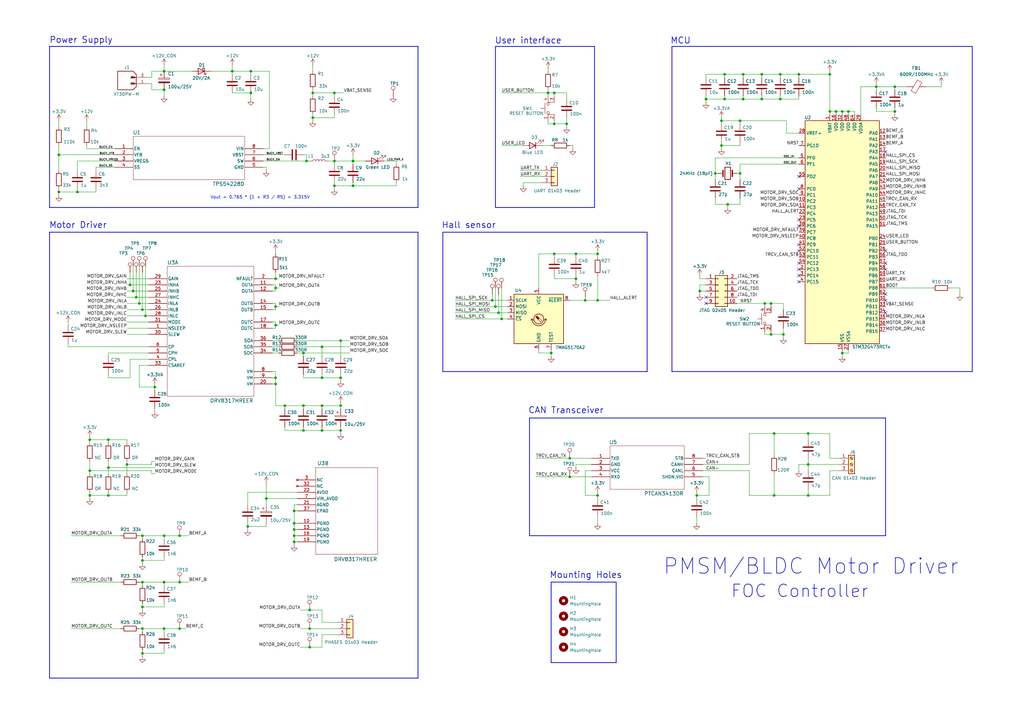
<source format=kicad_sch>
(kicad_sch (version 20250114) (generator "eeschema") (generator_version "9.0")
  (paper "A3")
  (title_block (title "PMSM/BLDC Motor Driver (FOC Controller)") (date "2025-03-30") (rev "1.0.0") (company "Author: Tomasz Bednorz"))
  (text "Power Supply" (at 33.274 16.51 0) (effects (font (size 2.54 2.54) (thickness 0.254) (bold yes))))
  (text "User interface" (at 216.662 16.764 0) (effects (font (size 2.54 2.54) (thickness 0.254) (bold yes))))
  (text "Mounting Holes" (at 240.284 235.966 0) (effects (font (size 2.54 2.54) (thickness 0.254) (bold yes))))
  (text "Hall sensor" (at 192.278 92.456 0) (effects (font (size 2.54 2.54) (thickness 0.254) (bold yes))))
  (text "CAN Transceiver" (at 232.156 168.402 0) (effects (font (size 2.54 2.54) (thickness 0.254) (bold yes))))
  (text "MCU" (at 279.146 16.764 0) (effects (font (size 2.54 2.54) (thickness 0.254) (bold yes))))
  (text "Motor Driver" (at 32.004 92.456 0) (effects (font (size 2.54 2.54) (thickness 0.254) (bold yes))))
  (text "Vout = 0.765 * (1 + R3 / R5) = 3.315V" (at 106.68 81.026 0) (effects (font (size 1.27 1.27))))
  (text "PMSM/BLDC Motor Driver " (at 335.026 232.41 0) (effects (font (size 6.35 6.35) (thickness 0.254) (bold yes))))
  (text "FOC Controller " (at 329.946 242.57 0) (effects (font (size 5.08 5.08) (thickness 0.254) (bold yes))))
  (junction (at 320.04 30.48))
  (junction (at 320.04 40.64))
  (junction (at 298.45 83.82))
  (junction (at 233.68 195.58))
  (junction (at 44.45 191.77))
  (junction (at 144.78 66.04))
  (junction (at 67.31 219.71))
  (junction (at 52.07 190.5))
  (junction (at 139.7 176.53))
  (junction (at 127 250.19))
  (junction (at 113.03 125.73))
  (junction (at 113.03 114.3))
  (junction (at 226.06 144.78))
  (junction (at 132.08 142.24))
  (junction (at 331.47 203.2))
  (junction (at 304.8 40.64))
  (junction (at 236.22 114.3))
  (junction (at 327.66 30.48))
  (junction (at 58.42 248.92))
  (junction (at 245.11 203.2))
  (junction (at 359.41 35.56))
  (junction (at 303.53 49.53))
  (junction (at 44.45 180.34))
  (junction (at 67.31 36.83))
  (junction (at 127 257.81))
  (junction (at 227.33 38.1))
  (junction (at 113.03 154.94))
  (junction (at 137.16 76.2))
  (junction (at 224.79 38.1))
  (junction (at 340.36 30.48))
  (junction (at 59.69 129.54))
  (junction (at 331.47 190.5))
  (junction (at 313.69 124.46))
  (junction (at 295.91 49.53))
  (junction (at 24.13 78.74))
  (junction (at 55.88 121.92))
  (junction (at 285.75 203.2))
  (junction (at 73.66 238.76))
  (junction (at 137.16 38.1))
  (junction (at 113.03 118.11))
  (junction (at 297.18 40.64))
  (junction (at 124.46 166.37))
  (junction (at 287.02 119.38))
  (junction (at 312.42 30.48))
  (junction (at 120.65 219.71))
  (junction (at 204.47 128.27))
  (junction (at 58.42 257.81))
  (junction (at 201.93 123.19))
  (junction (at 139.7 139.7))
  (junction (at 24.13 63.5))
  (junction (at 144.78 76.2))
  (junction (at 120.65 222.25))
  (junction (at 67.31 257.81))
  (junction (at 317.5 177.8))
  (junction (at 289.56 40.64))
  (junction (at 236.22 104.14))
  (junction (at 227.33 104.14))
  (junction (at 317.5 203.2))
  (junction (at 73.66 257.81))
  (junction (at 132.08 176.53))
  (junction (at 205.74 130.81))
  (junction (at 245.11 104.14))
  (junction (at 233.68 187.96))
  (junction (at 109.22 204.47))
  (junction (at 113.03 133.35))
  (junction (at 53.34 116.84))
  (junction (at 44.45 203.2))
  (junction (at 367.03 35.56))
  (junction (at 331.47 177.8))
  (junction (at 125.73 66.04))
  (junction (at 73.66 219.71))
  (junction (at 36.83 193.04))
  (junction (at 67.31 29.21))
  (junction (at 304.8 30.48))
  (junction (at 240.03 123.19))
  (junction (at 139.7 166.37))
  (junction (at 58.42 229.87))
  (junction (at 342.9 45.72))
  (junction (at 245.11 123.19))
  (junction (at 124.46 144.78))
  (junction (at 321.31 137.16))
  (junction (at 345.44 45.72))
  (junction (at 139.7 154.94))
  (junction (at 67.31 238.76))
  (junction (at 36.83 203.2))
  (junction (at 113.03 157.48))
  (junction (at 58.42 127))
  (junction (at 116.84 166.37))
  (junction (at 36.83 180.34))
  (junction (at 124.46 176.53))
  (junction (at 128.27 48.26))
  (junction (at 203.2 125.73))
  (junction (at 347.98 45.72))
  (junction (at 227.33 50.8))
  (junction (at 63.5 158.75))
  (junction (at 58.42 238.76))
  (junction (at 316.23 124.46))
  (junction (at 58.42 219.71))
  (junction (at 95.25 29.21))
  (junction (at 102.87 29.21))
  (junction (at 132.08 154.94))
  (junction (at 303.53 71.12))
  (junction (at 367.03 45.72))
  (junction (at 120.65 214.63))
  (junction (at 57.15 124.46))
  (junction (at 54.61 119.38))
  (junction (at 232.41 50.8))
  (junction (at 120.65 217.17))
  (junction (at 312.42 40.64))
  (junction (at 316.23 137.16))
  (junction (at 345.44 144.78))
  (junction (at 293.37 71.12))
  (junction (at 101.6 215.9))
  (junction (at 297.18 30.48))
  (junction (at 31.75 78.74))
  (junction (at 132.08 166.37))
  (junction (at 128.27 38.1))
  (junction (at 340.36 45.72))
  (junction (at 102.87 38.1))
  (junction (at 127 265.43))
  (junction (at 295.91 59.69))
  (junction (at 58.42 267.97))
  (junction (at 137.16 66.04))
  (junction (at 120.65 209.55))
  (no_connect (at 327.66 113.03))
  (no_connect (at 327.66 115.57))
  (no_connect (at 363.22 123.19))
  (no_connect (at 363.22 62.23))
  (no_connect (at 327.66 77.47))
  (no_connect (at 327.66 107.95))
  (no_connect (at 363.22 110.49))
  (no_connect (at 363.22 102.87))
  (no_connect (at 327.66 102.87))
  (no_connect (at 327.66 72.39))
  (no_connect (at 327.66 100.33))
  (no_connect (at 363.22 128.27))
  (no_connect (at 363.22 107.95))
  (no_connect (at 327.66 90.17))
  (no_connect (at 289.56 121.92))
  (no_connect (at 327.66 110.49))
  (no_connect (at 289.56 124.46))
  (no_connect (at 363.22 120.65))
  (no_connect (at 327.66 92.71))
  (wire (pts (xy 102.87 38.1) (xy 95.25 38.1)))
  (wire (pts (xy 220.98 118.11) (xy 220.98 104.14)))
  (wire (pts (xy 58.42 266.7) (xy 58.42 267.97)))
  (wire (pts (xy 389.89 118.11) (xy 393.7 118.11)))
  (wire (pts (xy 116.84 176.53) (xy 116.84 175.26)))
  (wire (pts (xy 353.06 35.56) (xy 353.06 46.99)))
  (wire (pts (xy 113.03 133.35) (xy 114.3 133.35)))
  (wire (pts (xy 128.27 38.1) (xy 128.27 39.37)))
  (wire (pts (xy 67.31 29.21) (xy 78.74 29.21)))
  (wire (pts (xy 137.16 48.26) (xy 128.27 48.26)))
  (wire (pts (xy 111.76 142.24) (xy 114.3 142.24)))
  (wire (pts (xy 137.16 76.2) (xy 137.16 77.47)))
  (wire (pts (xy 139.7 153.67) (xy 139.7 154.94)))
  (wire (pts (xy 240.03 203.2) (xy 245.11 203.2)))
  (wire (pts (xy 285.75 201.93) (xy 285.75 203.2)))
  (wire (pts (xy 137.16 39.37) (xy 137.16 38.1)))
  (wire (pts (xy 288.29 187.96) (xy 289.56 187.96)))
  (wire (pts (xy 39.37 68.58) (xy 39.37 69.85)))
  (wire (pts (xy 62.23 194.31) (xy 63.5 194.31)))
  (wire (pts (xy 288.29 190.5) (xy 307.34 190.5)))
  (wire (pts (xy 204.47 128.27) (xy 208.28 128.27)))
  (wire (pts (xy 67.31 228.6) (xy 67.31 229.87)))
  (wire (pts (xy 224.79 36.83) (xy 224.79 38.1)))
  (polyline (pts (xy 181.61 95.25) (xy 265.43 95.25)) (stroke (width 0.3)))
  (wire (pts (xy 67.31 36.83) (xy 67.31 39.37)))
  (wire (pts (xy 340.36 29.21) (xy 340.36 30.48)))
  (wire (pts (xy 113.03 166.37) (xy 113.03 157.48)))
  (wire (pts (xy 379.73 35.56) (xy 386.08 35.56)))
  (wire (pts (xy 139.7 166.37) (xy 139.7 167.64)))
  (wire (pts (xy 302.26 124.46) (xy 313.69 124.46)))
  (wire (pts (xy 162.56 76.2) (xy 144.78 76.2)))
  (wire (pts (xy 137.16 76.2) (xy 144.78 76.2)))
  (wire (pts (xy 111.76 144.78) (xy 114.3 144.78)))
  (wire (pts (xy 144.78 66.04) (xy 149.86 66.04)))
  (wire (pts (xy 58.42 228.6) (xy 58.42 229.87)))
  (wire (pts (xy 62.23 189.23) (xy 63.5 189.23)))
  (wire (pts (xy 95.25 29.21) (xy 95.25 30.48)))
  (polyline (pts (xy 171.45 278.13) (xy 20.32 278.13)) (stroke (width 0.3)))
  (wire (pts (xy 331.47 187.96) (xy 331.47 190.5)))
  (polyline (pts (xy 171.45 95.25) (xy 171.45 278.13)) (stroke (width 0.3)))
  (polyline (pts (xy 217.17 171.45) (xy 363.22 171.45)) (stroke (width 0.3)))
  (wire (pts (xy 73.66 257.81) (xy 76.2 257.81)))
  (wire (pts (xy 67.31 257.81) (xy 73.66 257.81)))
  (wire (pts (xy 31.75 66.04) (xy 31.75 69.85)))
  (wire (pts (xy 312.42 30.48) (xy 304.8 30.48)))
  (wire (pts (xy 186.69 123.19) (xy 201.93 123.19)))
  (wire (pts (xy 102.87 38.1) (xy 102.87 40.64)))
  (wire (pts (xy 60.96 144.78) (xy 44.45 144.78)))
  (wire (pts (xy 298.45 83.82) (xy 293.37 83.82)))
  (wire (pts (xy 245.11 104.14) (xy 245.11 102.87)))
  (polyline (pts (xy 203.2 19.05) (xy 203.2 85.09)) (stroke (width 0.3)))
  (wire (pts (xy 52.07 132.08) (xy 60.96 132.08)))
  (wire (pts (xy 52.07 114.3) (xy 60.96 114.3)))
  (wire (pts (xy 327.66 54.61) (xy 322.58 54.61)))
  (wire (pts (xy 63.5 157.48) (xy 63.5 158.75)))
  (wire (pts (xy 128.27 38.1) (xy 137.16 38.1)))
  (wire (pts (xy 317.5 203.2) (xy 331.47 203.2)))
  (wire (pts (xy 113.03 125.73) (xy 113.03 127)))
  (wire (pts (xy 367.03 35.56) (xy 372.11 35.56)))
  (wire (pts (xy 132.08 146.05) (xy 132.08 142.24)))
  (wire (pts (xy 109.22 198.12) (xy 109.22 204.47)))
  (wire (pts (xy 293.37 71.12) (xy 293.37 73.66)))
  (wire (pts (xy 290.83 195.58) (xy 290.83 203.2)))
  (wire (pts (xy 240.03 123.19) (xy 245.11 123.19)))
  (wire (pts (xy 285.75 212.09) (xy 285.75 214.63)))
  (polyline (pts (xy 20.32 95.25) (xy 171.45 95.25)) (stroke (width 0.3)))
  (wire (pts (xy 67.31 219.71) (xy 73.66 219.71)))
  (wire (pts (xy 224.79 38.1) (xy 224.79 39.37)))
  (wire (pts (xy 297.18 30.48) (xy 297.18 31.75)))
  (wire (pts (xy 320.04 30.48) (xy 320.04 31.75)))
  (wire (pts (xy 331.47 193.04) (xy 331.47 190.5)))
  (wire (pts (xy 132.08 166.37) (xy 132.08 167.64)))
  (wire (pts (xy 359.41 34.29) (xy 359.41 35.56)))
  (wire (pts (xy 289.56 114.3) (xy 287.02 114.3)))
  (wire (pts (xy 95.25 29.21) (xy 102.87 29.21)))
  (wire (pts (xy 313.69 135.89) (xy 313.69 137.16)))
  (wire (pts (xy 31.75 66.04) (xy 46.99 66.04)))
  (wire (pts (xy 236.22 104.14) (xy 245.11 104.14)))
  (polyline (pts (xy 20.32 19.05) (xy 171.45 19.05)) (stroke (width 0.3) (type solid)))
  (wire (pts (xy 128.27 36.83) (xy 128.27 38.1)))
  (wire (pts (xy 58.42 229.87) (xy 58.42 231.14)))
  (wire (pts (xy 312.42 40.64) (xy 320.04 40.64)))
  (wire (pts (xy 52.07 190.5) (xy 52.07 194.31)))
  (wire (pts (xy 203.2 125.73) (xy 208.28 125.73)))
  (wire (pts (xy 132.08 176.53) (xy 139.7 176.53)))
  (wire (pts (xy 347.98 144.78) (xy 345.44 144.78)))
  (wire (pts (xy 139.7 139.7) (xy 143.51 139.7)))
  (wire (pts (xy 111.76 119.38) (xy 113.03 119.38)))
  (wire (pts (xy 57.15 124.46) (xy 60.96 124.46)))
  (wire (pts (xy 24.13 59.69) (xy 24.13 63.5)))
  (wire (pts (xy 67.31 247.65) (xy 67.31 248.92)))
  (wire (pts (xy 205.74 130.81) (xy 208.28 130.81)))
  (wire (pts (xy 53.34 154.94) (xy 53.34 147.32)))
  (wire (pts (xy 57.15 257.81) (xy 58.42 257.81)))
  (wire (pts (xy 101.6 214.63) (xy 101.6 215.9)))
  (wire (pts (xy 313.69 125.73) (xy 313.69 124.46)))
  (polyline (pts (xy 251.46 238.76) (xy 252.73 238.76)) (stroke (width 0.3)))
  (wire (pts (xy 331.47 180.34) (xy 331.47 177.8)))
  (wire (pts (xy 101.6 201.93) (xy 121.92 201.93)))
  (wire (pts (xy 139.7 176.53) (xy 139.7 177.8)))
  (wire (pts (xy 287.02 119.38) (xy 287.02 120.65)))
  (wire (pts (xy 58.42 247.65) (xy 58.42 248.92)))
  (wire (pts (xy 186.69 130.81) (xy 205.74 130.81)))
  (wire (pts (xy 331.47 200.66) (xy 331.47 203.2)))
  (polyline (pts (xy 226.06 238.76) (xy 251.46 238.76)) (stroke (width 0.3)))
  (wire (pts (xy 220.98 143.51) (xy 220.98 144.78)))
  (wire (pts (xy 245.11 212.09) (xy 245.11 214.63)))
  (wire (pts (xy 113.03 157.48) (xy 113.03 154.94)))
  (wire (pts (xy 113.03 133.35) (xy 113.03 134.62)))
  (wire (pts (xy 58.42 229.87) (xy 67.31 229.87)))
  (polyline (pts (xy 398.78 152.4) (xy 275.59 152.4)) (stroke (width 0.3)))
  (wire (pts (xy 44.45 144.78) (xy 44.45 146.05)))
  (polyline (pts (xy 217.17 171.45) (xy 217.17 219.71)) (stroke (width 0.3)))
  (wire (pts (xy 219.71 195.58) (xy 233.68 195.58)))
  (wire (pts (xy 227.33 50.8) (xy 224.79 50.8)))
  (wire (pts (xy 44.45 154.94) (xy 53.34 154.94)))
  (wire (pts (xy 44.45 191.77) (xy 63.5 191.77)))
  (wire (pts (xy 205.74 118.11) (xy 205.74 130.81)))
  (wire (pts (xy 101.6 215.9) (xy 101.6 217.17)))
  (wire (pts (xy 367.03 45.72) (xy 367.03 46.99)))
  (wire (pts (xy 24.13 78.74) (xy 24.13 80.01)))
  (wire (pts (xy 242.57 190.5) (xy 236.22 190.5)))
  (wire (pts (xy 116.84 166.37) (xy 124.46 166.37)))
  (wire (pts (xy 101.6 201.93) (xy 101.6 207.01)))
  (wire (pts (xy 234.95 60.96) (xy 234.95 59.69)))
  (wire (pts (xy 58.42 248.92) (xy 58.42 250.19)))
  (wire (pts (xy 35.56 60.96) (xy 35.56 59.69)))
  (wire (pts (xy 303.53 67.31) (xy 327.66 67.31)))
  (wire (pts (xy 111.76 132.08) (xy 113.03 132.08)))
  (polyline (pts (xy 171.45 85.09) (xy 20.32 85.09)) (stroke (width 0.3) (type solid)))
  (wire (pts (xy 321.31 127) (xy 321.31 124.46)))
  (wire (pts (xy 39.37 77.47) (xy 39.37 78.74)))
  (wire (pts (xy 307.34 177.8) (xy 317.5 177.8)))
  (wire (pts (xy 288.29 195.58) (xy 290.83 195.58)))
  (wire (pts (xy 139.7 154.94) (xy 139.7 156.21)))
  (wire (pts (xy 205.74 38.1) (xy 224.79 38.1)))
  (wire (pts (xy 347.98 45.72) (xy 347.98 46.99)))
  (wire (pts (xy 245.11 113.03) (xy 245.11 123.19)))
  (wire (pts (xy 236.22 190.5) (xy 236.22 191.77)))
  (polyline (pts (xy 252.73 271.78) (xy 226.06 271.78)) (stroke (width 0.3)))
  (wire (pts (xy 58.42 238.76) (xy 58.42 240.03)))
  (wire (pts (xy 220.98 144.78) (xy 226.06 144.78)))
  (wire (pts (xy 320.04 40.64) (xy 320.04 39.37)))
  (wire (pts (xy 52.07 181.61) (xy 52.07 180.34)))
  (wire (pts (xy 295.91 49.53) (xy 295.91 50.8)))
  (wire (pts (xy 36.83 189.23) (xy 36.83 193.04)))
  (wire (pts (xy 232.41 48.26) (xy 232.41 50.8)))
  (wire (pts (xy 295.91 58.42) (xy 295.91 59.69)))
  (wire (pts (xy 132.08 153.67) (xy 132.08 154.94)))
  (wire (pts (xy 52.07 127) (xy 58.42 127)))
  (wire (pts (xy 224.79 49.53) (xy 224.79 50.8)))
  (wire (pts (xy 24.13 77.47) (xy 24.13 78.74)))
  (wire (pts (xy 121.92 139.7) (xy 139.7 139.7)))
  (wire (pts (xy 137.16 66.04) (xy 144.78 66.04)))
  (wire (pts (xy 113.03 132.08) (xy 113.03 133.35)))
  (polyline (pts (xy 265.43 152.4) (xy 181.61 152.4)) (stroke (width 0.3)))
  (wire (pts (xy 120.65 214.63) (xy 120.65 217.17)))
  (wire (pts (xy 303.53 49.53) (xy 295.91 49.53)))
  (wire (pts (xy 367.03 36.83) (xy 367.03 35.56)))
  (wire (pts (xy 316.23 125.73) (xy 316.23 124.46)))
  (wire (pts (xy 52.07 180.34) (xy 44.45 180.34)))
  (wire (pts (xy 55.88 111.76) (xy 55.88 121.92)))
  (wire (pts (xy 157.48 66.04) (xy 162.56 66.04)))
  (wire (pts (xy 120.65 219.71) (xy 121.92 219.71)))
  (wire (pts (xy 124.46 153.67) (xy 124.46 154.94)))
  (polyline (pts (xy 275.59 19.05) (xy 276.86 19.05)) (stroke (width 0.3)))
  (wire (pts (xy 327.66 190.5) (xy 327.66 193.04)))
  (wire (pts (xy 316.23 124.46) (xy 321.31 124.46)))
  (wire (pts (xy 201.93 123.19) (xy 208.28 123.19)))
  (wire (pts (xy 127 265.43) (xy 132.08 265.43)))
  (wire (pts (xy 67.31 220.98) (xy 67.31 219.71)))
  (wire (pts (xy 234.95 59.69) (xy 233.68 59.69)))
  (wire (pts (xy 186.69 128.27) (xy 204.47 128.27)))
  (wire (pts (xy 304.8 30.48) (xy 297.18 30.48)))
  (wire (pts (xy 55.88 121.92) (xy 60.96 121.92)))
  (wire (pts (xy 347.98 45.72) (xy 350.52 45.72)))
  (wire (pts (xy 35.56 52.07) (xy 35.56 49.53)))
  (wire (pts (xy 214.63 74.93) (xy 214.63 76.2)))
  (wire (pts (xy 113.03 111.76) (xy 113.03 114.3)))
  (wire (pts (xy 294.64 71.12) (xy 293.37 71.12)))
  (wire (pts (xy 331.47 190.5) (xy 327.66 190.5)))
  (wire (pts (xy 124.46 176.53) (xy 132.08 176.53)))
  (wire (pts (xy 113.03 118.11) (xy 113.03 119.38)))
  (wire (pts (xy 213.36 69.85) (xy 222.25 69.85)))
  (wire (pts (xy 289.56 40.64) (xy 297.18 40.64)))
  (wire (pts (xy 109.22 204.47) (xy 109.22 207.01)))
  (wire (pts (xy 340.36 187.96) (xy 340.36 177.8)))
  (wire (pts (xy 120.65 217.17) (xy 120.65 219.71)))
  (wire (pts (xy 138.43 255.27) (xy 132.08 255.27)))
  (wire (pts (xy 36.83 203.2) (xy 36.83 204.47)))
  (wire (pts (xy 120.65 214.63) (xy 121.92 214.63)))
  (wire (pts (xy 31.75 78.74) (xy 39.37 78.74)))
  (wire (pts (xy 295.91 59.69) (xy 295.91 60.96)))
  (polyline (pts (xy 398.78 19.05) (xy 398.78 152.4)) (stroke (width 0.3)))
  (wire (pts (xy 303.53 50.8) (xy 303.53 49.53)))
  (wire (pts (xy 110.49 60.96) (xy 107.95 60.96)))
  (wire (pts (xy 320.04 40.64) (xy 327.66 40.64)))
  (wire (pts (xy 60.96 31.75) (xy 62.23 31.75)))
  (wire (pts (xy 124.46 166.37) (xy 124.46 167.64)))
  (wire (pts (xy 293.37 83.82) (xy 293.37 81.28)))
  (wire (pts (xy 36.83 193.04) (xy 36.83 194.31)))
  (wire (pts (xy 86.36 29.21) (xy 95.25 29.21)))
  (wire (pts (xy 58.42 267.97) (xy 58.42 269.24)))
  (wire (pts (xy 120.65 219.71) (xy 120.65 222.25)))
  (wire (pts (xy 67.31 240.03) (xy 67.31 238.76)))
  (wire (pts (xy 363.22 118.11) (xy 382.27 118.11)))
  (wire (pts (xy 57.15 158.75) (xy 63.5 158.75)))
  (wire (pts (xy 245.11 123.19) (xy 250.19 123.19)))
  (wire (pts (xy 24.13 78.74) (xy 31.75 78.74)))
  (wire (pts (xy 27.94 140.97) (xy 27.94 142.24)))
  (wire (pts (xy 24.13 69.85) (xy 24.13 63.5)))
  (wire (pts (xy 124.46 154.94) (xy 132.08 154.94)))
  (wire (pts (xy 124.46 146.05) (xy 124.46 144.78)))
  (wire (pts (xy 316.23 124.46) (xy 313.69 124.46)))
  (wire (pts (xy 293.37 64.77) (xy 327.66 64.77)))
  (polyline (pts (xy 20.32 19.05) (xy 20.32 85.09)) (stroke (width 0.3) (type solid)))
  (wire (pts (xy 137.16 38.1) (xy 140.97 38.1)))
  (wire (pts (xy 227.33 113.03) (xy 227.33 114.3)))
  (wire (pts (xy 124.46 144.78) (xy 143.51 144.78)))
  (wire (pts (xy 52.07 137.16) (xy 60.96 137.16)))
  (wire (pts (xy 227.33 104.14) (xy 236.22 104.14)))
  (wire (pts (xy 58.42 257.81) (xy 58.42 259.08)))
  (wire (pts (xy 317.5 194.31) (xy 317.5 203.2)))
  (wire (pts (xy 67.31 266.7) (xy 67.31 267.97)))
  (wire (pts (xy 128.27 26.67) (xy 128.27 29.21)))
  (wire (pts (xy 287.02 114.3) (xy 287.02 113.03)))
  (wire (pts (xy 312.42 40.64) (xy 312.42 39.37)))
  (wire (pts (xy 59.69 129.54) (xy 60.96 129.54)))
  (wire (pts (xy 236.22 114.3) (xy 236.22 115.57)))
  (wire (pts (xy 204.47 120.65) (xy 204.47 128.27)))
  (wire (pts (xy 39.37 68.58) (xy 46.99 68.58)))
  (wire (pts (xy 52.07 134.62) (xy 60.96 134.62)))
  (wire (pts (xy 53.34 111.76) (xy 53.34 116.84)))
  (wire (pts (xy 125.73 66.04) (xy 127 66.04)))
  (wire (pts (xy 44.45 180.34) (xy 36.83 180.34)))
  (wire (pts (xy 232.41 40.64) (xy 232.41 38.1)))
  (wire (pts (xy 393.7 118.11) (xy 393.7 120.65)))
  (wire (pts (xy 144.78 67.31) (xy 144.78 66.04)))
  (wire (pts (xy 227.33 114.3) (xy 236.22 114.3)))
  (wire (pts (xy 340.36 177.8) (xy 331.47 177.8)))
  (wire (pts (xy 316.23 135.89) (xy 316.23 137.16)))
  (wire (pts (xy 144.78 74.93) (xy 144.78 76.2)))
  (wire (pts (xy 242.57 193.04) (xy 240.03 193.04)))
  (wire (pts (xy 58.42 219.71) (xy 67.31 219.71)))
  (wire (pts (xy 111.76 134.62) (xy 113.03 134.62)))
  (wire (pts (xy 113.03 124.46) (xy 113.03 125.73)))
  (wire (pts (xy 137.16 66.04) (xy 134.62 66.04)))
  (wire (pts (xy 113.03 127) (xy 111.76 127)))
  (wire (pts (xy 44.45 191.77) (xy 44.45 194.31)))
  (wire (pts (xy 137.16 46.99) (xy 137.16 48.26)))
  (wire (pts (xy 203.2 118.11) (xy 203.2 125.73)))
  (wire (pts (xy 102.87 29.21) (xy 102.87 30.48)))
  (wire (pts (xy 121.92 207.01) (xy 120.65 207.01)))
  (polyline (pts (xy 203.2 19.05) (xy 243.84 19.05)) (stroke (width 0.3)))
  (wire (pts (xy 124.46 63.5) (xy 125.73 63.5)))
  (wire (pts (xy 57.15 149.86) (xy 57.15 158.75)))
  (wire (pts (xy 73.66 238.76) (xy 77.47 238.76)))
  (wire (pts (xy 52.07 189.23) (xy 52.07 190.5)))
  (wire (pts (xy 127 250.19) (xy 132.08 250.19)))
  (wire (pts (xy 236.22 113.03) (xy 236.22 114.3)))
  (wire (pts (xy 287.02 116.84) (xy 287.02 119.38)))
  (wire (pts (xy 288.29 193.04) (xy 307.34 193.04)))
  (wire (pts (xy 60.96 149.86) (xy 57.15 149.86)))
  (wire (pts (xy 59.69 109.22) (xy 59.69 129.54)))
  (wire (pts (xy 186.69 125.73) (xy 203.2 125.73)))
  (wire (pts (xy 340.36 45.72) (xy 342.9 45.72)))
  (wire (pts (xy 36.83 201.93) (xy 36.83 203.2)))
  (wire (pts (xy 62.23 194.31) (xy 62.23 193.04)))
  (wire (pts (xy 111.76 154.94) (xy 113.03 154.94)))
  (wire (pts (xy 57.15 109.22) (xy 57.15 124.46)))
  (wire (pts (xy 289.56 119.38) (xy 287.02 119.38)))
  (wire (pts (xy 121.92 222.25) (xy 120.65 222.25)))
  (wire (pts (xy 29.21 219.71) (xy 49.53 219.71)))
  (wire (pts (xy 123.19 250.19) (xy 127 250.19)))
  (wire (pts (xy 113.03 114.3) (xy 114.3 114.3)))
  (wire (pts (xy 219.71 187.96) (xy 233.68 187.96)))
  (wire (pts (xy 285.75 203.2) (xy 285.75 204.47)))
  (wire (pts (xy 232.41 50.8) (xy 232.41 52.07)))
  (wire (pts (xy 52.07 119.38) (xy 54.61 119.38)))
  (wire (pts (xy 245.11 201.93) (xy 245.11 203.2)))
  (wire (pts (xy 345.44 144.78) (xy 345.44 146.05)))
  (wire (pts (xy 240.03 193.04) (xy 240.03 203.2)))
  (wire (pts (xy 317.5 177.8) (xy 331.47 177.8)))
  (wire (pts (xy 295.91 48.26) (xy 295.91 49.53)))
  (wire (pts (xy 24.13 49.53) (xy 24.13 52.07)))
  (wire (pts (xy 342.9 45.72) (xy 342.9 46.99)))
  (wire (pts (xy 295.91 59.69) (xy 303.53 59.69)))
  (wire (pts (xy 127 257.81) (xy 138.43 257.81)))
  (wire (pts (xy 53.34 116.84) (xy 60.96 116.84)))
  (wire (pts (xy 67.31 238.76) (xy 73.66 238.76)))
  (wire (pts (xy 344.17 193.04) (xy 340.36 193.04)))
  (wire (pts (xy 353.06 35.56) (xy 359.41 35.56)))
  (wire (pts (xy 359.41 35.56) (xy 359.41 36.83)))
  (wire (pts (xy 107.95 68.58) (xy 109.22 68.58)))
  (wire (pts (xy 245.11 104.14) (xy 245.11 105.41)))
  (wire (pts (xy 227.33 49.53) (xy 227.33 50.8)))
  (wire (pts (xy 345.44 143.51) (xy 345.44 144.78)))
  (wire (pts (xy 113.03 102.87) (xy 113.03 104.14)))
  (polyline (pts (xy 243.84 85.09) (xy 203.2 85.09)) (stroke (width 0.3)))
  (wire (pts (xy 162.56 67.31) (xy 162.56 66.04)))
  (wire (pts (xy 331.47 190.5) (xy 344.17 190.5)))
  (wire (pts (xy 290.83 203.2) (xy 285.75 203.2)))
  (wire (pts (xy 303.53 58.42) (xy 303.53 59.69)))
  (wire (pts (xy 316.23 137.16) (xy 313.69 137.16)))
  (wire (pts (xy 137.16 67.31) (xy 137.16 66.04)))
  (wire (pts (xy 31.75 77.47) (xy 31.75 78.74)))
  (wire (pts (xy 109.22 204.47) (xy 121.92 204.47)))
  (wire (pts (xy 123.19 257.81) (xy 127 257.81)))
  (wire (pts (xy 111.76 116.84) (xy 113.03 116.84)))
  (wire (pts (xy 58.42 267.97) (xy 67.31 267.97)))
  (wire (pts (xy 345.44 45.72) (xy 345.44 46.99)))
  (wire (pts (xy 132.08 255.27) (xy 132.08 250.19)))
  (wire (pts (xy 321.31 137.16) (xy 316.23 137.16)))
  (wire (pts (xy 132.08 265.43) (xy 132.08 260.35)))
  (wire (pts (xy 36.83 179.07) (xy 36.83 180.34)))
  (wire (pts (xy 36.83 193.04) (xy 62.23 193.04)))
  (wire (pts (xy 124.46 175.26) (xy 124.46 176.53)))
  (wire (pts (xy 27.94 132.08) (xy 27.94 133.35)))
  (wire (pts (xy 109.22 68.58) (xy 109.22 69.85)))
  (wire (pts (xy 132.08 260.35) (xy 138.43 260.35)))
  (wire (pts (xy 227.33 38.1) (xy 227.33 39.37)))
  (wire (pts (xy 67.31 259.08) (xy 67.31 257.81)))
  (wire (pts (xy 120.65 209.55) (xy 121.92 209.55)))
  (wire (pts (xy 245.11 203.2) (xy 245.11 204.47)))
  (wire (pts (xy 297.18 40.64) (xy 304.8 40.64)))
  (wire (pts (xy 307.34 203.2) (xy 317.5 203.2)))
  (wire (pts (xy 132.08 142.24) (xy 143.51 142.24)))
  (wire (pts (xy 297.18 30.48) (xy 289.56 30.48)))
  (wire (pts (xy 102.87 29.21) (xy 110.49 29.21)))
  (wire (pts (xy 29.21 238.76) (xy 49.53 238.76)))
  (wire (pts (xy 340.36 193.04) (xy 340.36 203.2)))
  (wire (pts (xy 340.36 187.96) (xy 344.17 187.96)))
  (wire (pts (xy 307.34 193.04) (xy 307.34 203.2)))
  (wire (pts (xy 113.03 154.94) (xy 113.03 152.4)))
  (wire (pts (xy 224.79 27.94) (xy 224.79 29.21)))
  (wire (pts (xy 111.76 152.4) (xy 113.03 152.4)))
  (polyline (pts (xy 181.61 95.25) (xy 181.61 152.4)) (stroke (width 0.3)))
  (wire (pts (xy 289.56 39.37) (xy 289.56 40.64)))
  (wire (pts (xy 73.66 219.71) (xy 77.47 219.71)))
  (wire (pts (xy 62.23 34.29) (xy 62.23 36.83)))
  (wire (pts (xy 327.66 30.48) (xy 320.04 30.48)))
  (wire (pts (xy 36.83 203.2) (xy 44.45 203.2)))
  (wire (pts (xy 320.04 30.48) (xy 312.42 30.48)))
  (wire (pts (xy 307.34 190.5) (xy 307.34 177.8)))
  (wire (pts (xy 139.7 165.1) (xy 139.7 166.37)))
  (wire (pts (xy 347.98 143.51) (xy 347.98 144.78)))
  (wire (pts (xy 52.07 203.2) (xy 44.45 203.2)))
  (wire (pts (xy 327.66 40.64) (xy 327.66 39.37)))
  (wire (pts (xy 144.78 63.5) (xy 144.78 66.04)))
  (wire (pts (xy 359.41 35.56) (xy 367.03 35.56)))
  (polyline (pts (xy 20.32 95.25) (xy 20.32 278.13)) (stroke (width 0.3)))
  (wire (pts (xy 321.31 137.16) (xy 321.31 138.43)))
  (wire (pts (xy 340.36 30.48) (xy 340.36 45.72)))
  (wire (pts (xy 60.96 34.29) (xy 62.23 34.29)))
  (wire (pts (xy 62.23 189.23) (xy 62.23 190.5)))
  (wire (pts (xy 36.83 180.34) (xy 36.83 181.61)))
  (wire (pts (xy 52.07 124.46) (xy 57.15 124.46)))
  (wire (pts (xy 312.42 30.48) (xy 312.42 31.75)))
  (wire (pts (xy 289.56 40.64) (xy 289.56 41.91)))
  (wire (pts (xy 359.41 45.72) (xy 367.03 45.72)))
  (wire (pts (xy 322.58 54.61) (xy 322.58 49.53)))
  (wire (pts (xy 302.26 71.12) (xy 303.53 71.12)))
  (wire (pts (xy 289.56 30.48) (xy 289.56 31.75)))
  (wire (pts (xy 317.5 177.8) (xy 317.5 186.69)))
  (wire (pts (xy 350.52 45.72) (xy 350.52 46.99)))
  (wire (pts (xy 44.45 181.61) (xy 44.45 180.34)))
  (wire (pts (xy 111.76 124.46) (xy 113.03 124.46)))
  (wire (pts (xy 321.31 134.62) (xy 321.31 137.16)))
  (wire (pts (xy 52.07 116.84) (xy 53.34 116.84)))
  (wire (pts (xy 113.03 166.37) (xy 116.84 166.37)))
  (wire (pts (xy 162.56 74.93) (xy 162.56 76.2)))
  (wire (pts (xy 132.08 175.26) (xy 132.08 176.53)))
  (wire (pts (xy 303.53 83.82) (xy 303.53 81.28)))
  (wire (pts (xy 95.25 26.67) (xy 95.25 29.21)))
  (wire (pts (xy 303.53 67.31) (xy 303.53 71.12)))
  (wire (pts (xy 120.65 217.17) (xy 121.92 217.17)))
  (wire (pts (xy 111.76 114.3) (xy 113.03 114.3)))
  (wire (pts (xy 120.65 222.25) (xy 120.65 223.52)))
  (wire (pts (xy 293.37 71.12) (xy 293.37 64.77)))
  (wire (pts (xy 120.65 207.01) (xy 120.65 209.55)))
  (wire (pts (xy 227.33 104.14) (xy 227.33 105.41)))
  (wire (pts (xy 298.45 83.82) (xy 298.45 85.09)))
  (wire (pts (xy 62.23 36.83) (xy 67.31 36.83)))
  (wire (pts (xy 120.65 209.55) (xy 120.65 214.63)))
  (wire (pts (xy 52.07 201.93) (xy 52.07 203.2)))
  (polyline (pts (xy 226.06 238.76) (xy 226.06 271.78)) (stroke (width 0.3)))
  (wire (pts (xy 139.7 175.26) (xy 139.7 176.53)))
  (wire (pts (xy 226.06 143.51) (xy 226.06 144.78)))
  (wire (pts (xy 227.33 38.1) (xy 232.41 38.1)))
  (polyline (pts (xy 265.43 95.25) (xy 265.43 152.4)) (stroke (width 0.3)))
  (wire (pts (xy 327.66 30.48) (xy 340.36 30.48)))
  (wire (pts (xy 340.36 203.2) (xy 331.47 203.2)))
  (wire (pts (xy 226.06 144.78) (xy 226.06 146.05)))
  (wire (pts (xy 62.23 29.21) (xy 67.31 29.21)))
  (wire (pts (xy 58.42 111.76) (xy 58.42 127)))
  (wire (pts (xy 297.18 40.64) (xy 297.18 39.37)))
  (wire (pts (xy 44.45 189.23) (xy 44.45 191.77)))
  (wire (pts (xy 27.94 142.24) (xy 60.96 142.24)))
  (polyline (pts (xy 171.45 19.05) (xy 171.45 85.09)) (stroke (width 0.3) (type solid)))
  (wire (pts (xy 240.03 121.92) (xy 240.03 123.19)))
  (wire (pts (xy 63.5 167.64) (xy 63.5 168.91)))
  (wire (pts (xy 58.42 248.92) (xy 67.31 248.92)))
  (wire (pts (xy 213.36 72.39) (xy 222.25 72.39)))
  (wire (pts (xy 52.07 129.54) (xy 59.69 129.54)))
  (polyline (pts (xy 363.22 219.71) (xy 217.17 219.71)) (stroke (width 0.3)))
  (wire (pts (xy 46.99 60.96) (xy 35.56 60.96)))
  (wire (pts (xy 304.8 40.64) (xy 304.8 39.37)))
  (wire (pts (xy 57.15 219.71) (xy 58.42 219.71)))
  (wire (pts (xy 201.93 120.65) (xy 201.93 123.19)))
  (wire (pts (xy 63.5 158.75) (xy 63.5 160.02)))
  (wire (pts (xy 113.03 116.84) (xy 113.03 118.11)))
  (wire (pts (xy 386.08 35.56) (xy 386.08 34.29)))
  (wire (pts (xy 233.68 195.58) (xy 242.57 195.58)))
  (wire (pts (xy 303.53 71.12) (xy 303.53 73.66)))
  (wire (pts (xy 327.66 30.48) (xy 327.66 31.75)))
  (wire (pts (xy 232.41 50.8) (xy 227.33 50.8)))
  (wire (pts (xy 340.36 45.72) (xy 340.36 46.99)))
  (wire (pts (xy 62.23 31.75) (xy 62.23 29.21)))
  (polyline (pts (xy 252.73 238.76) (xy 252.73 271.78)) (stroke (width 0.3)))
  (wire (pts (xy 205.74 59.69) (xy 214.63 59.69)))
  (wire (pts (xy 128.27 46.99) (xy 128.27 48.26)))
  (wire (pts (xy 367.03 44.45) (xy 367.03 45.72)))
  (wire (pts (xy 116.84 176.53) (xy 124.46 176.53)))
  (wire (pts (xy 67.31 26.67) (xy 67.31 29.21)))
  (wire (pts (xy 62.23 190.5) (xy 52.07 190.5)))
  (wire (pts (xy 139.7 146.05) (xy 139.7 139.7)))
  (wire (pts (xy 359.41 45.72) (xy 359.41 44.45)))
  (wire (pts (xy 236.22 104.14) (xy 236.22 105.41)))
  (wire (pts (xy 233.68 187.96) (xy 242.57 187.96)))
  (polyline (pts (xy 276.86 19.05) (xy 398.78 19.05)) (stroke (width 0.3)))
  (wire (pts (xy 58.42 127) (xy 60.96 127)))
  (wire (pts (xy 303.53 49.53) (xy 322.58 49.53)))
  (wire (pts (xy 58.42 257.81) (xy 67.31 257.81)))
  (wire (pts (xy 304.8 40.64) (xy 312.42 40.64)))
  (wire (pts (xy 107.95 63.5) (xy 116.84 63.5)))
  (wire (pts (xy 52.07 121.92) (xy 55.88 121.92)))
  (wire (pts (xy 53.34 147.32) (xy 60.96 147.32)))
  (wire (pts (xy 29.21 257.81) (xy 49.53 257.81)))
  (wire (pts (xy 132.08 154.94) (xy 139.7 154.94)))
  (wire (pts (xy 113.03 118.11) (xy 114.3 118.11)))
  (wire (pts (xy 54.61 119.38) (xy 60.96 119.38)))
  (wire (pts (xy 224.79 38.1) (xy 227.33 38.1)))
  (wire (pts (xy 24.13 63.5) (xy 46.99 63.5)))
  (wire (pts (xy 110.49 29.21) (xy 110.49 60.96)))
  (wire (pts (xy 111.76 139.7) (xy 114.3 139.7)))
  (wire (pts (xy 125.73 63.5) (xy 125.73 66.04)))
  (wire (pts (xy 345.44 45.72) (xy 347.98 45.72)))
  (polyline (pts (xy 275.59 152.4) (xy 275.59 19.05)) (stroke (width 0.3)))
  (wire (pts (xy 124.46 166.37) (xy 132.08 166.37)))
  (wire (pts (xy 111.76 157.48) (xy 113.03 157.48)))
  (wire (pts (xy 107.95 66.04) (xy 125.73 66.04)))
  (wire (pts (xy 289.56 116.84) (xy 287.02 116.84)))
  (wire (pts (xy 222.25 59.69) (xy 226.06 59.69)))
  (wire (pts (xy 44.45 201.93) (xy 44.45 203.2)))
  (wire (pts (xy 298.45 83.82) (xy 303.53 83.82)))
  (wire (pts (xy 109.22 214.63) (xy 109.22 215.9)))
  (wire (pts (xy 124.46 144.78) (xy 121.92 144.78)))
  (wire (pts (xy 113.03 125.73) (xy 114.3 125.73)))
  (wire (pts (xy 58.42 238.76) (xy 67.31 238.76)))
  (wire (pts (xy 44.45 153.67) (xy 44.45 154.94)))
  (polyline (pts (xy 363.22 171.45) (xy 363.22 219.71)) (stroke (width 0.3)))
  (wire (pts (xy 58.42 219.71) (xy 58.42 220.98)))
  (wire (pts (xy 54.61 109.22) (xy 54.61 119.38)))
  (wire (pts (xy 109.22 215.9) (xy 101.6 215.9)))
  (wire (pts (xy 220.98 104.14) (xy 227.33 104.14)))
  (wire (pts (xy 123.19 265.43) (xy 127 265.43)))
  (polyline (pts (xy 243.84 19.05) (xy 243.84 85.09)) (stroke (width 0.3)))
  (wire (pts (xy 342.9 45.72) (xy 345.44 45.72)))
  (wire (pts (xy 57.15 238.76) (xy 58.42 238.76)))
  (wire (pts (xy 132.08 142.24) (xy 121.92 142.24)))
  (wire (pts (xy 304.8 30.48) (xy 304.8 31.75)))
  (wire (pts (xy 132.08 166.37) (xy 139.7 166.37)))
  (wire (pts (xy 240.03 123.19) (xy 233.68 123.19)))
  (wire (pts (xy 214.63 74.93) (xy 222.25 74.93)))
  (wire (pts (xy 116.84 166.37) (xy 116.84 167.64)))
  (wire (pts (xy 128.27 48.26) (xy 128.27 49.53)))
  (wire (pts (xy 137.16 74.93) (xy 137.16 76.2)))
  (label "OSC_IN" (at 321.31 64.77 0) (effects (font (size 0.8 0.8))))
  (label "USER_LED" (at 363.22 97.79 0))
  (label "MOTOR_DRV_OUTA" (at 123.19 250.19 180))
  (label "MOTOR_DRV_INHA" (at 52.07 116.84 180))
  (label "MOTOR_DRV_GAIN" (at 52.07 114.3 180))
  (label "OSC_OUT" (at 321.31 67.31 0) (effects (font (size 0.8 0.8))))
  (label "JTAG_TMS" (at 363.22 92.71 0))
  (label "MOTOR_DRV_OUTC" (at 123.19 265.43 180))
  (label "MOTOR_DRV_SOA" (at 143.51 139.7 0))
  (label "BUCK_SS" (at 40.64 68.58 0) (effects (font (size 0.8 0.8))))
  (label "BEMF_A" (at 77.47 219.71 0))
  (label "USER_BUTTON" (at 363.22 100.33 0))
  (label "MOTOR_DRV_SOB" (at 327.66 82.55 180))
  (label "TRCV_CAN_TX" (at 363.22 85.09 0))
  (label "HALL_ALERT" (at 250.19 123.19 0))
  (label "BEMF_C" (at 76.2 257.81 0))
  (label "MOTOR_DRV_SOC" (at 143.51 144.78 0))
  (label "MOTOR_DRV_OUTA" (at 114.3 118.11 0))
  (label "MOTOR_DRV_INLA" (at 52.07 124.46 180))
  (label "MOTOR_DRV_INLB" (at 52.07 127 180))
  (label "HALL_SPI_MOSI" (at 186.69 125.73 0))
  (label "HALL_SPI_MISO" (at 186.69 128.27 0))
  (label "TRCV_CAN_STB" (at 327.66 105.41 180))
  (label "MOTOR_DRV_SOA" (at 327.66 85.09 180))
  (label "HALL_ALERT" (at 327.66 87.63 180))
  (label "CAN+" (at 289.56 190.5 0))
  (label "JTAG_TCK" (at 302.26 116.84 0))
  (label "MOTOR_DRV_INLC" (at 52.07 129.54 180))
  (label "JTAG_TCK" (at 363.22 90.17 0))
  (label "HALL_SPI_CS" (at 186.69 130.81 0))
  (label "MOTOR_DRV_INLA" (at 363.22 130.81 0))
  (label "HALL_SPI_SCK" (at 363.22 67.31 0))
  (label "HALL_SPI_SCK" (at 186.69 123.19 0))
  (label "USER_BUTTON" (at 205.74 38.1 0))
  (label "HALL_SPI_CS" (at 363.22 64.77 0))
  (label "MOTOR_DRV_OUTA" (at 29.21 219.71 0))
  (label "VBAT_SENSE" (at 140.97 38.1 0))
  (label "MOTOR_DRV_INHA" (at 363.22 74.93 0))
  (label "UART_TX" (at 213.36 69.85 0))
  (label "MOTOR_DRV_NFAULT" (at 114.3 114.3 0))
  (label "USER_LED" (at 205.74 59.69 0))
  (label "TRCV_CAN_RX" (at 363.22 82.55 0))
  (label "BUCK_VFB" (at 40.7487 63.5 0) (effects (font (size 0.8 0.8))))
  (label "MOTOR_DRV_GAIN" (at 63.5 189.23 0))
  (label "MOTOR_DRV_SOB" (at 143.51 142.24 0))
  (label "UART_RX" (at 213.36 72.39 0))
  (label "MOTOR_DRV_NFAULT" (at 327.66 95.25 180))
  (label "NRST" (at 303.53 124.46 0))
  (label "BEMF_A" (at 363.22 59.69 0))
  (label "BEMF_B" (at 77.47 238.76 0))
  (label "HALL_SPI_MISO" (at 363.22 69.85 0))
  (label "MOTOR_DRV_NSLEEP" (at 327.66 97.79 180))
  (label "TRCV_CAN_RX" (at 219.71 195.58 0))
  (label "MOTOR_DRV_OUTC" (at 29.21 257.81 0))
  (label "MOTOR_DRV_MODE" (at 63.5 194.31 0))
  (label "MOTOR_DRV_OUTC" (at 114.3 133.35 0))
  (label "TRCV_CAN_STB" (at 289.56 187.96 0))
  (label "JTAG_TDI" (at 302.26 121.92 0))
  (label "TRCV_CAN_TX" (at 219.71 187.96 0))
  (label "JTAG_TDO" (at 363.22 105.41 0))
  (label "BOOT" (at 363.22 118.11 0))
  (label "BUCK_SW" (at 109.22 66.04 0) (effects (font (size 0.8 0.8))))
  (label "JTAG_TDI" (at 363.22 87.63 0))
  (label "VBAT_SENSE" (at 363.22 125.73 0))
  (label "MOTOR_DRV_INLC" (at 363.22 135.89 0))
  (label "UART_TX" (at 363.22 113.03 0))
  (label "MOTOR_DRV_OUTB" (at 29.21 238.76 0))
  (label "MOTOR_DRV_MODE" (at 52.07 132.08 180))
  (label "UART_RX" (at 363.22 115.57 0))
  (label "BUCK_EN" (at 40.64 60.96 0) (effects (font (size 0.8 0.8))))
  (label "MOTOR_DRV_OUTB" (at 123.19 257.81 180))
  (label "MOTOR_DRV_INHB" (at 52.07 119.38 180))
  (label "BUCK_VBST" (at 109.22 63.5 0) (effects (font (size 0.8 0.8))))
  (label "JTAG_TDO" (at 302.26 119.38 0))
  (label "MOTOR_DRV_INHC" (at 363.22 80.01 0))
  (label "MOTOR_DRV_INHC" (at 52.07 121.92 180))
  (label "MOTOR_DRV_NSLEEP" (at 52.07 134.62 180))
  (label "JTAG_TMS" (at 302.26 114.3 0))
  (label "BUCK_VREG5" (at 40.64 66.04 0) (effects (font (size 0.8 0.8))))
  (label "MOTOR_DRV_INLB" (at 363.22 133.35 0))
  (label "BEMF_B" (at 363.22 57.15 0))
  (label "MOTOR_DRV_SLEW" (at 52.07 137.16 180))
  (label "NRST" (at 327.66 59.69 180))
  (label "LED_PWR_K" (at 158.75 66.04 0) (effects (font (size 0.8 0.8))))
  (label "MOTOR_DRV_INHB" (at 363.22 77.47 0))
  (label "HALL_SPI_MOSI" (at 363.22 72.39 0))
  (label "BEMF_C" (at 363.22 54.61 0))
  (label "MOTOR_DRV_SOC" (at 327.66 80.01 180))
  (label "MOTOR_DRV_OUTB" (at 114.3 125.73 0))
  (label "MOTOR_DRV_SLEW" (at 63.5 191.77 0))
  (label "CAN-" (at 289.56 193.04 0))
  (symbol (lib_id "power:GND") (at 236.22 191.77 0) (unit 1)
    (property "Reference" "#PWR0149" (effects (hide yes)))
    (property "Value" "GND" (effects (hide yes)))
    (property "Description" "Power symbol creates a global label with name \"GND\" , ground" (effects (hide yes)))
  )
  (symbol (lib_id "power:GND") (at 161.29 39.37 0) (unit 1)
    (property "Reference" "#PWR0122" (effects (hide yes)))
    (property "Value" "GND" (effects (hide yes)))
    (property "Description" "Power symbol creates a global label with name \"GND\" , ground" (effects (hide yes)))
  )
  (symbol (lib_id "Device:C_Polarized") (at 139.7 171.45 0) (unit 1)
    (property "Reference" "C33" (at 141.224 168.656 0) (effects (justify left)))
    (property "Value" "10u/25V" (at 141.224 173.99 0) (effects (justify left)))
    (property "Footprint" "Capacitor_SMD:CP_Elec_4x3.9" (effects (hide yes)))
    (property "Description" "Polarized capacitor" (effects (hide yes)))
  )
  (symbol (lib_id "power:GND") (at 298.45 85.09 0) (unit 1)
    (property "Reference" "#PWR0113" (effects (hide yes)))
    (property "Value" "GND" (effects (hide yes)))
    (property "Description" "Power symbol creates a global label with name \"GND\" , ground" (effects (hide yes)))
  )
  (symbol (lib_id "Device:C") (at 297.18 35.56 0) (unit 1)
    (property "Reference" "C12" (at 298.196 33.274 0) (effects (justify left)))
    (property "Value" "100n" (at 298.45 37.846 0) (effects (justify left)))
    (property "Footprint" "Capacitor_SMD:C_0805_2012Metric_Pad1.18x1.45mm_HandSolder" (effects (hide yes)))
    (property "Description" "Unpolarized capacitor" (effects (hide yes)))
  )
  (symbol (lib_id "power:+3.3V") (at 287.02 113.03 0) (unit 1)
    (property "Reference" "#PWR0112" (effects (hide yes)))
    (property "Value" "+3.3V" (at 287.02 109.22 0))
    (property "Description" "Power symbol creates a global label with name \"+3.3V\"" (effects (hide yes)))
  )
  (symbol (lib_id "Device:R") (at 58.42 224.79 180) (unit 1)
    (property "Reference" "R22" (at 61.722 221.996 0))
    (property "Value" "10k" (at 61.722 227.076 0))
    (property "Footprint" "Resistor_SMD:R_0805_2012Metric_Pad1.20x1.40mm_HandSolder" (effects (hide yes)))
    (property "Description" "Resistor" (effects (hide yes)))
  )
  (symbol (lib_id "power:+3.3V") (at 359.41 34.29 0) (unit 1)
    (property "Reference" "#PWR0108" (effects (hide yes)))
    (property "Value" "+3.3VA" (at 359.41 30.48 0))
    (property "Description" "Power symbol creates a global label with name \"+3.3V\"" (effects (hide yes)))
  )
  (symbol (lib_id "Connector:TestPoint") (at 57.15 109.22 0) (unit 1)
    (property "Reference" "TP6" (at 55.88 103.886 0) (effects (justify left)))
    (property "Value" "TestPoint" (effects (hide yes)))
    (property "Footprint" "TestPoint:TestPoint_Pad_D1.0mm" (effects (hide yes)))
    (property "Description" "test point" (effects (hide yes)))
  )
  (symbol (lib_id "Device:C") (at 303.53 77.47 0) (unit 1)
    (property "Reference" "C22" (at 304.546 75.184 0) (effects (justify left)))
    (property "Value" "27p" (at 304.8 79.756 0) (effects (justify left)))
    (property "Footprint" "Capacitor_SMD:C_0603_1608Metric_Pad1.08x0.95mm_HandSolder" (effects (hide yes)))
    (property "Description" "Unpolarized capacitor" (effects (hide yes)))
  )
  (symbol (lib_id "Device:C") (at 232.41 44.45 0) (unit 1)
    (property "Reference" "C10" (at 233.426 42.164 0) (effects (justify left)))
    (property "Value" "100n" (at 233.68 46.736 0) (effects (justify left)))
    (property "Footprint" "Capacitor_SMD:C_0805_2012Metric_Pad1.18x1.45mm_HandSolder" (effects (hide yes)))
    (property "Description" "Unpolarized capacitor" (effects (hide yes)))
  )
  (symbol (lib_id "power:GND") (at 367.03 46.99 0) (unit 1)
    (property "Reference" "#PWR0115" (effects (hide yes)))
    (property "Value" "GND" (effects (hide yes)))
    (property "Description" "Power symbol creates a global label with name \"GND\" , ground" (effects (hide yes)))
  )
  (symbol (lib_id "Connector:TestPoint") (at 55.88 111.76 0) (unit 1)
    (property "Reference" "TP5" (at 53.594 99.822 0) (effects (justify left)))
    (property "Value" "TestPoint" (effects (hide yes)))
    (property "Footprint" "TestPoint:TestPoint_Pad_D1.0mm" (effects (hide yes)))
    (property "Description" "test point" (effects (hide yes)))
  )
  (symbol (lib_id "Device:R") (at 53.34 219.71 90) (unit 1)
    (property "Reference" "R21" (at 51.308 217.17 90))
    (property "Value" "33k" (at 56.134 217.17 90))
    (property "Footprint" "Resistor_SMD:R_0805_2012Metric_Pad1.20x1.40mm_HandSolder" (effects (hide yes)))
    (property "Description" "Resistor" (effects (hide yes)))
  )
  (symbol (lib_id "Device:R") (at 128.27 33.02 180) (unit 1)
    (property "Reference" "R1" (at 131.572 30.226 0))
    (property "Value" "33k" (at 132.588 35.306 0))
    (property "Footprint" "Resistor_SMD:R_0805_2012Metric_Pad1.20x1.40mm_HandSolder" (effects (hide yes)))
    (property "Description" "Resistor" (effects (hide yes)))
  )
  (symbol (lib_id "Connector:TestPoint") (at 59.69 109.22 0) (unit 1)
    (property "Reference" "TP8" (at 60.706 99.822 0) (effects (justify left)))
    (property "Value" "TestPoint" (effects (hide yes)))
    (property "Footprint" "TestPoint:TestPoint_Pad_D1.0mm" (effects (hide yes)))
    (property "Description" "test point" (effects (hide yes)))
  )
  (symbol (lib_id "power:+3.3V") (at 36.83 179.07 0) (unit 1)
    (property "Reference" "#PWR0139" (effects (hide yes)))
    (property "Value" "+3.3V" (at 36.83 175.26 0))
    (property "Description" "Power symbol creates a global label with name \"+3.3V\"" (effects (hide yes)))
  )
  (symbol (lib_id "Device:C") (at 245.11 208.28 0) (unit 1)
    (property "Reference" "C41" (at 246.126 205.994 0) (effects (justify left)))
    (property "Value" "100n" (at 246.38 210.566 0) (effects (justify left)))
    (property "Footprint" "Capacitor_SMD:C_0805_2012Metric_Pad1.18x1.45mm_HandSolder" (effects (hide yes)))
    (property "Description" "Unpolarized capacitor" (effects (hide yes)))
  )
  (symbol (lib_id "power:GND") (at 285.75 214.63 0) (unit 1)
    (property "Reference" "#PWR0152" (effects (hide yes)))
    (property "Value" "GND" (effects (hide yes)))
    (property "Description" "Power symbol creates a global label with name \"GND\" , ground" (effects (hide yes)))
  )
  (symbol (lib_id "Connector:TestPoint") (at 137.16 66.04 0) (unit 1)
    (property "Reference" "TP2" (at 135.89 60.96 0) (effects (justify left)))
    (property "Value" "TestPoint" (effects (hide yes)))
    (property "Footprint" "TestPoint:TestPoint_Pad_D1.0mm" (effects (hide yes)))
    (property "Description" "test point" (effects (hide yes)))
  )
  (symbol (lib_id "power:+3.3V") (at 95.25 26.67 0) (unit 1)
    (property "Reference" "#PWR0131" (effects (hide yes)))
    (property "Value" "+12V" (at 95.25 22.86 0))
    (property "Description" "Power symbol creates a global label with name \"+3.3V\"" (effects (hide yes)))
  )
  (symbol (lib_id "Device:R") (at 128.27 43.18 180) (unit 1)
    (property "Reference" "R2" (at 131.572 40.386 0))
    (property "Value" "10k" (at 132.588 45.466 0))
    (property "Footprint" "Resistor_SMD:R_0805_2012Metric_Pad1.20x1.40mm_HandSolder" (effects (hide yes)))
    (property "Description" "Resistor" (effects (hide yes)))
  )
  (symbol (lib_id "power:+3.3V") (at 67.31 26.67 0) (unit 1)
    (property "Reference" "#PWR0128" (effects (hide yes)))
    (property "Value" "+12V_CON" (at 67.31 22.86 0))
    (property "Description" "Power symbol creates a global label with name \"+3.3V\"" (effects (hide yes)))
  )
  (symbol (lib_id "power:GND") (at 345.44 146.05 0) (unit 1)
    (property "Reference" "#PWR0110" (effects (hide yes)))
    (property "Value" "GND" (effects (hide yes)))
    (property "Description" "Power symbol creates a global label with name \"GND\" , ground" (effects (hide yes)))
  )
  (symbol (lib_id "Mechanical:MountingHole") (at 231.14 252.73 0) (unit 1)
    (property "Reference" "H2" (at 233.68 251.4599 0) (effects (justify left)))
    (property "Value" "MountingHole" (at 233.68 253.9999 0) (effects (justify left)))
    (property "Footprint" "MountingHole:MountingHole_2.2mm_M2" (effects (hide yes)))
    (property "Description" "Mounting Hole without connection" (effects (hide yes)))
  )
  (symbol (lib_id "Device:C") (at 124.46 171.45 0) (unit 1)
    (property "Reference" "C31" (at 125.476 169.164 0) (effects (justify left)))
    (property "Value" "100n" (at 125.73 173.736 0) (effects (justify left)))
    (property "Footprint" "Capacitor_SMD:C_0805_2012Metric_Pad1.18x1.45mm_HandSolder" (effects (hide yes)))
    (property "Description" "Unpolarized capacitor" (effects (hide yes)))
  )
  (symbol (lib_id "Device:C") (at 295.91 54.61 0) (unit 1)
    (property "Reference" "C19" (at 296.926 52.324 0) (effects (justify left)))
    (property "Value" "1u" (at 297.18 56.896 0) (effects (justify left)))
    (property "Footprint" "Capacitor_SMD:C_0805_2012Metric_Pad1.18x1.45mm_HandSolder" (effects (hide yes)))
    (property "Description" "Unpolarized capacitor" (effects (hide yes)))
  )
  (symbol (lib_id "Connector:TestPoint") (at 205.74 118.11 0) (unit 1)
    (property "Reference" "TP18" (at 202.438 106.68 0) (effects (justify left)))
    (property "Value" "TestPoint" (effects (hide yes)))
    (property "Footprint" "TestPoint:TestPoint_Pad_D1.0mm" (effects (hide yes)))
    (property "Description" "test point" (effects (hide yes)))
  )
  (symbol (lib_id "TPS54228D:TPS54228D") (at 46.99 60.96 0) (unit 1)
    (property "Reference" "U1" (at 56.134 54.356 0) (effects (font (size 1.524 1.524))))
    (property "Value" "TPS54228D" (at 93.726 75.438 0) (effects (font (size 1.524 1.524))))
    (property "Footprint" "Package_SO:SOIC-8_3.9x4.9mm_P1.27mm" (effects (hide yes)))
    (property "Datasheet" "TPS54228D" (effects (hide yes)))
  )
  (symbol (lib_id "power:+3.3V") (at 224.79 27.94 0) (unit 1)
    (property "Reference" "#PWR0101" (effects (hide yes)))
    (property "Value" "+3.3V" (at 224.79 24.13 0))
    (property "Description" "Power symbol creates a global label with name \"+3.3V\"" (effects (hide yes)))
  )
  (symbol (lib_id "power:GND") (at 58.42 231.14 0) (unit 1)
    (property "Reference" "#PWR0136" (effects (hide yes)))
    (property "Value" "GND" (effects (hide yes)))
    (property "Description" "Power symbol creates a global label with name \"GND\" , ground" (effects (hide yes)))
  )
  (symbol (lib_id "Device:C") (at 39.37 73.66 0) (unit 1)
    (property "Reference" "C6" (at 40.386 71.374 0) (effects (justify left)))
    (property "Value" "3n3" (at 40.64 75.946 0) (effects (justify left)))
    (property "Footprint" "Capacitor_SMD:C_0805_2012Metric_Pad1.18x1.45mm_HandSolder" (effects (hide yes)))
    (property "Description" "Unpolarized capacitor" (effects (hide yes)))
  )
  (symbol (lib_id "Device:C") (at 331.47 184.15 0) (unit 1)
    (property "Reference" "C43" (at 332.486 181.864 0) (effects (justify left)))
    (property "Value" "47p" (at 332.74 186.436 0) (effects (justify left)))
    (property "Footprint" "Capacitor_SMD:C_0603_1608Metric_Pad1.08x0.95mm_HandSolder" (effects (hide yes)))
    (property "Description" "Unpolarized capacitor" (effects (hide yes)))
  )
  (symbol (lib_id "Switch:SW_MEC_5E") (at 316.23 130.81 90) (unit 1)
    (property "Reference" "SW2" (at 305.308 130.81 90))
    (property "Value" "RESET BUTTON" (at 304.8 132.842 90))
    (property "Footprint" "TS04-66-55-BK-100-SMT-TR:SW_TS04-66-55-BK-100-SMT-TR" (effects (hide yes)))
    (property "Datasheet" "http://www.apem.com/int/index.php?controller=attachment&id_attachment=1371" (effects (hide yes)))
    (property "Description" "MEC 5E single pole normally-open tactile switch" (effects (hide yes)))
  )
  (symbol (lib_id "power:+3.3V") (at 340.36 29.21 0) (unit 1)
    (property "Reference" "#PWR0118" (effects (hide yes)))
    (property "Value" "+3.3V" (at 340.36 25.4 0))
    (property "Description" "Power symbol creates a global label with name \"+3.3V\"" (effects (hide yes)))
  )
  (symbol (lib_id "Device:C") (at 124.46 149.86 0) (unit 1)
    (property "Reference" "C27" (at 125.476 147.574 0) (effects (justify left)))
    (property "Value" "22p" (at 125.73 152.146 0) (effects (justify left)))
    (property "Footprint" "Capacitor_SMD:C_0805_2012Metric_Pad1.18x1.45mm_HandSolder" (effects (hide yes)))
    (property "Description" "Unpolarized capacitor" (effects (hide yes)))
  )
  (symbol (lib_id "Device:L") (at 130.81 66.04 90) (unit 1)
    (property "Reference" "L1" (at 127.508 64.008 90))
    (property "Value" "3u3" (at 133.35 64.008 90))
    (property "Footprint" "Inductor_SMD:L_APV_ANR4012" (effects (hide yes)))
    (property "Description" "Inductor" (effects (hide yes)))
  )
  (symbol (lib_id "Device:C") (at 102.87 34.29 0) (unit 1)
    (property "Reference" "C3" (at 103.886 32.004 0) (effects (justify left)))
    (property "Value" "10u" (at 104.14 36.576 0) (effects (justify left)))
    (property "Footprint" "Capacitor_SMD:C_0805_2012Metric_Pad1.18x1.45mm_HandSolder" (effects (hide yes)))
    (property "Description" "Unpolarized capacitor" (effects (hide yes)))
  )
  (symbol (lib_id "DRV8317HREER:DRV8317HREER") (at 121.92 196.85 0) (unit 2)
    (property "Reference" "U3" (at 130.048 189.992 0) (effects (font (size 1.524 1.524)) (justify left)))
    (property "Value" "DRV8317HREER" (at 136.906 229.362 0) (effects (font (size 1.524 1.524)) (justify left)))
    (property "Footprint" "footprints:WQFN36_REE_TEX-L" (effects (hide yes)))
    (property "Datasheet" "DRV8317HREER" (effects (hide yes)))
  )
  (symbol (lib_id "Device:C") (at 116.84 171.45 0) (unit 1)
    (property "Reference" "C30" (at 117.856 169.164 0) (effects (justify left)))
    (property "Value" "100n" (at 118.11 173.736 0) (effects (justify left)))
    (property "Footprint" "Capacitor_SMD:C_0805_2012Metric_Pad1.18x1.45mm_HandSolder" (effects (hide yes)))
    (property "Description" "Unpolarized capacitor" (effects (hide yes)))
  )
  (symbol (lib_id "Device:Crystal") (at 298.45 71.12 180) (unit 1)
    (property "Reference" "X1" (at 297.434 67.056 0) (effects (justify right)))
    (property "Value" "24MHz (18pF)" (at 278.638 71.12 0) (effects (justify right)))
    (property "Footprint" "Crystal:Crystal_SMD_Abracon_ABM3-2Pin_5.0x3.2mm_HandSoldering" (effects (hide yes)))
    (property "Description" "Two pin crystal" (effects (hide yes)))
  )
  (symbol (lib_id "power:GND") (at 24.13 80.01 0) (unit 1)
    (property "Reference" "#PWR0127" (effects (hide yes)))
    (property "Value" "GND" (effects (hide yes)))
    (property "Description" "Power symbol creates a global label with name \"GND\" , ground" (effects (hide yes)))
  )
  (symbol (lib_id "PTCAN3413DR:PTCAN3413DR") (at 242.57 187.96 0) (unit 1)
    (property "Reference" "U5" (at 251.46 181.356 0) (effects (font (size 1.524 1.524))))
    (property "Value" "PTCAN3413DR" (at 272.288 202.438 0) (effects (font (size 1.524 1.524))))
    (property "Footprint" "Package_SO:SOIC-8_3.9x4.9mm_P1.27mm" (effects (hide yes)))
    (property "Datasheet" "PTCAN3413DR" (effects (hide yes)))
  )
  (symbol (lib_id "Device:C") (at 359.41 40.64 0) (unit 1)
    (property "Reference" "C17" (at 360.426 38.354 0) (effects (justify left)))
    (property "Value" "100n" (at 360.68 42.926 0) (effects (justify left)))
    (property "Footprint" "Capacitor_SMD:C_0805_2012Metric_Pad1.18x1.45mm_HandSolder" (effects (hide yes)))
    (property "Description" "Unpolarized capacitor" (effects (hide yes)))
  )
  (symbol (lib_id "power:+3.3V") (at 245.11 201.93 0) (unit 1)
    (property "Reference" "#PWR0151" (effects (hide yes)))
    (property "Value" "+3.3V" (at 245.11 198.12 0))
    (property "Description" "Power symbol creates a global label with name \"+3.3V\"" (effects (hide yes)))
  )
  (symbol (lib_id "Switch:SW_MEC_5E") (at 227.33 44.45 90) (unit 1)
    (property "Reference" "SW1" (at 216.408 44.45 90))
    (property "Value" "RESET BUTTON" (at 215.9 46.482 90))
    (property "Footprint" "TS04-66-55-BK-100-SMT-TR:SW_TS04-66-55-BK-100-SMT-TR" (effects (hide yes)))
    (property "Datasheet" "http://www.apem.com/int/index.php?controller=attachment&id_attachment=1371" (effects (hide yes)))
    (property "Description" "MEC 5E single pole normally-open tactile switch" (effects (hide yes)))
  )
  (symbol (lib_id "Connector:TestPoint") (at 233.68 187.96 0) (unit 1)
    (property "Reference" "TP20" (at 230.886 182.372 0) (effects (justify left)))
    (property "Value" "TestPoint" (effects (hide yes)))
    (property "Footprint" "TestPoint:TestPoint_Pad_D1.0mm" (effects (hide yes)))
    (property "Description" "test point" (effects (hide yes)))
  )
  (symbol (lib_id "power:GND") (at 120.65 223.52 0) (unit 1)
    (property "Reference" "#PWR0143" (effects (hide yes)))
    (property "Value" "GND" (effects (hide yes)))
    (property "Description" "Power symbol creates a global label with name \"GND\" , ground" (effects (hide yes)))
  )
  (symbol (lib_id "Connector:TestPoint") (at 73.66 238.76 0) (unit 1)
    (property "Reference" "TP10" (at 72.39 233.68 0) (effects (justify left)))
    (property "Value" "TestPoint" (effects (hide yes)))
    (property "Footprint" "TestPoint:TestPoint_Pad_D1.0mm" (effects (hide yes)))
    (property "Description" "test point" (effects (hide yes)))
  )
  (symbol (lib_id "Connector:TestPoint") (at 54.61 109.22 0) (unit 1)
    (property "Reference" "TP4" (at 51.054 101.854 0) (effects (justify left)))
    (property "Value" "TestPoint" (effects (hide yes)))
    (property "Footprint" "TestPoint:TestPoint_Pad_D1.0mm" (effects (hide yes)))
    (property "Description" "test point" (effects (hide yes)))
  )
  (symbol (lib_id "power:GND") (at 102.87 40.64 0) (unit 1)
    (property "Reference" "#PWR0132" (effects (hide yes)))
    (property "Value" "GND" (effects (hide yes)))
    (property "Description" "Power symbol creates a global label with name \"GND\" , ground" (effects (hide yes)))
  )
  (symbol (lib_id "XT30PW-M:XT30PW-M") (at 55.88 31.75 0) (unit 1)
    (property "Reference" "J1" (at 52.07 27.686 0))
    (property "Value" "XT30PW-M" (at 51.816 38.608 0))
    (property "Footprint" "Connector_AMASS:AMASS_XT30PW-M_1x02_P2.50mm_Horizontal" (effects (hide yes)))
    (property "MF" "AMASS" (effects (hide yes)))
    (property "MAXIMUM_PACKAGE_HEIGHT" "5 mm" (effects (hide yes)))
    (property "Package" "None" (effects (hide yes)))
    (property "Price" "None" (effects (hide yes)))
    (property "Check_prices" "https://www.snapeda.com/parts/XT30PW-M/AMASS/view-part/?ref=eda" (effects (hide yes)))
    (property "STANDARD" "Manufacturer Recommendations" (effects (hide yes)))
    (property "PARTREV" "1.2" (effects (hide yes)))
    (property "SnapEDA_Link" "https://www.snapeda.com/parts/XT30PW-M/AMASS/view-part/?ref=snap" (effects (hide yes)))
    (property "MP" "XT30PW-M" (effects (hide yes)))
    (property "Description_1" "Socket; DC supply; XT30; male; PIN: 2; on PCBs; THT; Colour: yellow" (effects (hide yes)))
    (property "MANUFACTURER" "Amass" (effects (hide yes)))
    (property "Availability" "Not in stock" (effects (hide yes)))
    (property "SNAPEDA_PN" "XT30PW-M" (effects (hide yes)))
  )
  (symbol (lib_id "power:GND") (at 58.42 250.19 0) (unit 1)
    (property "Reference" "#PWR0135" (effects (hide yes)))
    (property "Value" "GND" (effects (hide yes)))
    (property "Description" "Power symbol creates a global label with name \"GND\" , ground" (effects (hide yes)))
  )
  (symbol (lib_id "Device:C") (at 289.56 35.56 0) (unit 1)
    (property "Reference" "C11" (at 290.576 33.274 0) (effects (justify left)))
    (property "Value" "10u" (at 290.83 37.846 0) (effects (justify left)))
    (property "Footprint" "Capacitor_SMD:C_0805_2012Metric_Pad1.18x1.45mm_HandSolder" (effects (hide yes)))
    (property "Description" "Unpolarized capacitor" (effects (hide yes)))
  )
  (symbol (lib_id "Device:C") (at 303.53 54.61 0) (unit 1)
    (property "Reference" "C20" (at 304.546 52.324 0) (effects (justify left)))
    (property "Value" "100n" (at 304.8 56.896 0) (effects (justify left)))
    (property "Footprint" "Capacitor_SMD:C_0805_2012Metric_Pad1.18x1.45mm_HandSolder" (effects (hide yes)))
    (property "Description" "Unpolarized capacitor" (effects (hide yes)))
  )
  (symbol (lib_id "power:GND") (at 245.11 214.63 0) (unit 1)
    (property "Reference" "#PWR0150" (effects (hide yes)))
    (property "Value" "GND" (effects (hide yes)))
    (property "Description" "Power symbol creates a global label with name \"GND\" , ground" (effects (hide yes)))
  )
  (symbol (lib_id "Device:R") (at 245.11 109.22 180) (unit 1)
    (property "Reference" "R27" (at 248.412 106.934 0))
    (property "Value" "4k7" (at 248.412 111.506 0))
    (property "Footprint" "Resistor_SMD:R_0805_2012Metric_Pad1.20x1.40mm_HandSolder" (effects (hide yes)))
    (property "Description" "Resistor" (effects (hide yes)))
  )
  (symbol (lib_id "Connector_Generic:Conn_02x05_Odd_Even") (at 294.64 119.38 0) (unit 1)
    (property "Reference" "J3" (at 295.91 111.76 0))
    (property "Value" "JTAG 02x05 Header" (at 296.164 127.254 0))
    (property "Footprint" "Connector_PinHeader_1.27mm:PinHeader_2x05_P1.27mm_Vertical_SMD" (effects (hide yes)))
    (property "Description" "Generic connector, double row, 02x05, odd/even pin numbering scheme (row 1 odd numbers, row 2 even numbers), script generated (kicad-library-utils/schlib/autogen/connector/)" (effects (hide yes)))
  )
  (symbol (lib_id "Device:LED") (at 153.67 66.04 180) (unit 1)
    (property "Reference" "D2" (at 154.432 62.738 0))
    (property "Value" "Green LED" (at 154.94 68.58 0))
    (property "Footprint" "LED_SMD:LED_0805_2012Metric_Pad1.15x1.40mm_HandSolder" (effects (hide yes)))
    (property "Description" "Light emitting diode" (effects (hide yes)))
    (property "Sim.Pins" "1=K 2=A" (effects (hide yes)))
  )
  (symbol (lib_id "Connector:TestPoint") (at 73.66 219.71 0) (unit 1)
    (property "Reference" "TP9" (at 72.39 214.63 0) (effects (justify left)))
    (property "Value" "TestPoint" (effects (hide yes)))
    (property "Footprint" "TestPoint:TestPoint_Pad_D1.0mm" (effects (hide yes)))
    (property "Description" "test point" (effects (hide yes)))
  )
  (symbol (lib_id "Device:C") (at 293.37 77.47 0) (unit 1)
    (property "Reference" "C21" (at 294.386 75.184 0) (effects (justify left)))
    (property "Value" "27p" (at 294.64 79.756 0) (effects (justify left)))
    (property "Footprint" "Capacitor_SMD:C_0603_1608Metric_Pad1.08x0.95mm_HandSolder" (effects (hide yes)))
    (property "Description" "Unpolarized capacitor" (effects (hide yes)))
  )
  (symbol (lib_id "Connector:TestPoint") (at 203.2 118.11 0) (unit 1)
    (property "Reference" "TP16" (at 199.39 110.744 0) (effects (justify left)))
    (property "Value" "TestPoint" (effects (hide yes)))
    (property "Footprint" "TestPoint:TestPoint_Pad_D1.0mm" (effects (hide yes)))
    (property "Description" "test point" (effects (hide yes)))
  )
  (symbol (lib_id "power:+3.3V") (at 27.94 132.08 0) (unit 1)
    (property "Reference" "#PWR0140" (effects (hide yes)))
    (property "Value" "+12V_CON" (at 27.94 128.27 0))
    (property "Description" "Power symbol creates a global label with name \"+3.3V\"" (effects (hide yes)))
  )
  (symbol (lib_id "power:GND") (at 232.41 52.07 0) (unit 1)
    (property "Reference" "#PWR0105" (effects (hide yes)))
    (property "Value" "GND" (effects (hide yes)))
    (property "Description" "Power symbol creates a global label with name \"GND\" , ground" (effects (hide yes)))
  )
  (symbol (lib_id "Device:R") (at 53.34 257.81 90) (unit 1)
    (property "Reference" "R25" (at 51.308 255.27 90))
    (property "Value" "33k" (at 56.134 255.27 90))
    (property "Footprint" "Resistor_SMD:R_0805_2012Metric_Pad1.20x1.40mm_HandSolder" (effects (hide yes)))
    (property "Description" "Resistor" (effects (hide yes)))
  )
  (symbol (lib_id "power:GND") (at 327.66 193.04 0) (unit 1)
    (property "Reference" "#PWR0154" (effects (hide yes)))
    (property "Value" "GND" (effects (hide yes)))
    (property "Description" "Power symbol creates a global label with name \"GND\" , ground" (effects (hide yes)))
  )
  (symbol (lib_id "Device:R") (at 386.08 118.11 90) (unit 1)
    (property "Reference" "R10" (at 384.048 115.57 90))
    (property "Value" "10k" (at 388.874 115.57 90))
    (property "Footprint" "Resistor_SMD:R_0805_2012Metric_Pad1.20x1.40mm_HandSolder" (effects (hide yes)))
    (property "Description" "Resistor" (effects (hide yes)))
  )
  (symbol (lib_id "Device:R") (at 58.42 243.84 180) (unit 1)
    (property "Reference" "R24" (at 61.722 241.046 0))
    (property "Value" "10k" (at 61.722 246.126 0))
    (property "Footprint" "Resistor_SMD:R_0805_2012Metric_Pad1.20x1.40mm_HandSolder" (effects (hide yes)))
    (property "Description" "Resistor" (effects (hide yes)))
  )
  (symbol (lib_id "Device:C") (at 27.94 137.16 0) (unit 1)
    (property "Reference" "C24" (at 28.956 134.874 0) (effects (justify left)))
    (property "Value" "1u" (at 29.21 139.446 0) (effects (justify left)))
    (property "Footprint" "Capacitor_SMD:C_0805_2012Metric_Pad1.18x1.45mm_HandSolder" (effects (hide yes)))
    (property "Description" "Unpolarized capacitor" (effects (hide yes)))
  )
  (symbol (lib_id "Mechanical:MountingHole") (at 231.14 259.08 0) (unit 1)
    (property "Reference" "H3" (at 233.68 257.8099 0) (effects (justify left)))
    (property "Value" "MountingHole" (at 233.68 260.3499 0) (effects (justify left)))
    (property "Footprint" "MountingHole:MountingHole_2.2mm_M2" (effects (hide yes)))
    (property "Description" "Mounting Hole without connection" (effects (hide yes)))
  )
  (symbol (lib_id "MCU_ST_STM32G4:STM32G473RCTx") (at 345.44 95.25 0) (unit 1)
    (property "Reference" "U2" (at 329.946 48.26 0) (effects (justify left)))
    (property "Value" "STM32G473RCTx" (at 349.504 142.24 0) (effects (justify left)))
    (property "Footprint" "Package_QFP:LQFP-64_10x10mm_P0.5mm" (effects (hide yes)))
    (property "Datasheet" "https://www.st.com/resource/en/datasheet/stm32g473rc.pdf" (effects (hide yes)))
    (property "Description" "STMicroelectronics Arm Cortex-M4 MCU, 256KB flash, 128KB RAM, 170 MHz, 1.71-3.6V, 52 GPIO, LQFP64" (effects (hide yes)))
  )
  (symbol (lib_id "Device:R") (at 118.11 142.24 90) (unit 1)
    (property "Reference" "R13" (at 113.538 140.97 90))
    (property "Value" "330R" (at 123.444 140.97 90))
    (property "Footprint" "Resistor_SMD:R_0805_2012Metric_Pad1.20x1.40mm_HandSolder" (effects (hide yes)))
    (property "Description" "Resistor" (effects (hide yes)))
  )
  (symbol (lib_id "Device:C") (at 120.65 63.5 90) (unit 1)
    (property "Reference" "C7" (at 119.126 59.944 90) (effects (justify left)))
    (property "Value" "100n" (at 125.984 59.944 90) (effects (justify left)))
    (property "Footprint" "Capacitor_SMD:C_0805_2012Metric_Pad1.18x1.45mm_HandSolder" (effects (hide yes)))
    (property "Description" "Unpolarized capacitor" (effects (hide yes)))
  )
  (symbol (lib_id "Device:C") (at 67.31 224.79 0) (unit 1)
    (property "Reference" "C36" (at 68.326 222.504 0) (effects (justify left)))
    (property "Value" "1n6" (at 68.58 227.076 0) (effects (justify left)))
    (property "Footprint" "Capacitor_SMD:C_0603_1608Metric_Pad1.08x0.95mm_HandSolder" (effects (hide yes)))
    (property "Description" "Unpolarized capacitor" (effects (hide yes)))
  )
  (symbol (lib_id "Connector:TestPoint") (at 240.03 121.92 0) (unit 1)
    (property "Reference" "TP19" (at 237.9913 116.84 0) (effects (justify left)))
    (property "Value" "TestPoint" (effects (hide yes)))
    (property "Footprint" "TestPoint:TestPoint_Pad_D1.0mm" (effects (hide yes)))
    (property "Description" "test point" (effects (hide yes)))
  )
  (symbol (lib_id "power:GND") (at 67.31 39.37 0) (unit 1)
    (property "Reference" "#PWR0129" (effects (hide yes)))
    (property "Value" "GND" (effects (hide yes)))
    (property "Description" "Power symbol creates a global label with name \"GND\" , ground" (effects (hide yes)))
  )
  (symbol (lib_id "Device:R") (at 35.56 55.88 180) (unit 1)
    (property "Reference" "R4" (at 38.608 53.594 0))
    (property "Value" "10k" (at 38.862 58.166 0))
    (property "Footprint" "Resistor_SMD:R_0805_2012Metric_Pad1.20x1.40mm_HandSolder" (effects (hide yes)))
    (property "Description" "Resistor" (effects (hide yes)))
  )
  (symbol (lib_id "Connector_Generic:Conn_01x03") (at 143.51 257.81 0) (unit 1)
    (property "Reference" "J4" (at 142.748 252.73 0) (effects (justify left)))
    (property "Value" "PHASES 01x03 Header" (at 133.096 263.398 0) (effects (justify left)))
    (property "Footprint" "Connector_PinHeader_2.54mm:PinHeader_1x03_P2.54mm_Vertical" (effects (hide yes)))
    (property "Description" "Generic connector, single row, 01x03, script generated (kicad-library-utils/schlib/autogen/connector/)" (effects (hide yes)))
  )
  (symbol (lib_id "Connector:TestPoint") (at 127 265.43 0) (unit 1)
    (property "Reference" "TP14" (at 125.73 260.35 0) (effects (justify left)))
    (property "Value" "TestPoint" (effects (hide yes)))
    (property "Footprint" "TestPoint:TestPoint_Pad_D1.0mm" (effects (hide yes)))
    (property "Description" "test point" (effects (hide yes)))
  )
  (symbol (lib_id "Device:R") (at 52.07 198.12 180) (unit 1)
    (property "Reference" "R20" (at 55.372 195.326 0))
    (property "Value" "NC" (at 55.372 200.406 0))
    (property "Footprint" "Resistor_SMD:R_0805_2012Metric_Pad1.20x1.40mm_HandSolder" (effects (hide yes)))
    (property "Description" "Resistor" (effects (hide yes)))
  )
  (symbol (lib_id "power:GND") (at 139.7 177.8 0) (unit 1)
    (property "Reference" "#PWR0141" (effects (hide yes)))
    (property "Value" "GND" (effects (hide yes)))
    (property "Description" "Power symbol creates a global label with name \"GND\" , ground" (effects (hide yes)))
  )
  (symbol (lib_id "power:GND") (at 139.7 156.21 0) (unit 1)
    (property "Reference" "#PWR0148" (effects (hide yes)))
    (property "Value" "GND" (effects (hide yes)))
    (property "Description" "Power symbol creates a global label with name \"GND\" , ground" (effects (hide yes)))
  )
  (symbol (lib_id "Device:R") (at 44.45 198.12 180) (unit 1)
    (property "Reference" "R19" (at 47.752 195.326 0))
    (property "Value" "NC" (at 47.752 200.406 0))
    (property "Footprint" "Resistor_SMD:R_0805_2012Metric_Pad1.20x1.40mm_HandSolder" (effects (hide yes)))
    (property "Description" "Resistor" (effects (hide yes)))
  )
  (symbol (lib_id "power:GND") (at 289.56 41.91 0) (unit 1)
    (property "Reference" "#PWR0116" (effects (hide yes)))
    (property "Value" "GND" (effects (hide yes)))
    (property "Description" "Power symbol creates a global label with name \"GND\" , ground" (effects (hide yes)))
  )
  (symbol (lib_id "power:+3.3V") (at 35.56 49.53 0) (unit 1)
    (property "Reference" "#PWR0125" (effects (hide yes)))
    (property "Value" "+12V" (at 35.56 45.72 0))
    (property "Description" "Power symbol creates a global label with name \"+3.3V\"" (effects (hide yes)))
  )
  (symbol (lib_id "Connector:TestPoint") (at 233.68 195.58 0) (unit 1)
    (property "Reference" "TP21" (at 230.886 190.246 0) (effects (justify left)))
    (property "Value" "TestPoint" (effects (hide yes)))
    (property "Footprint" "TestPoint:TestPoint_Pad_D1.0mm" (effects (hide yes)))
    (property "Description" "test point" (effects (hide yes)))
  )
  (symbol (lib_id "Device:R") (at 118.11 139.7 90) (unit 1)
    (property "Reference" "R12" (at 113.538 138.43 90))
    (property "Value" "330R" (at 123.444 138.43 90))
    (property "Footprint" "Resistor_SMD:R_0805_2012Metric_Pad1.20x1.40mm_HandSolder" (effects (hide yes)))
    (property "Description" "Resistor" (effects (hide yes)))
  )
  (symbol (lib_id "Device:R") (at 36.83 185.42 180) (unit 1)
    (property "Reference" "R15" (at 40.132 182.626 0))
    (property "Value" "NC" (at 40.132 187.706 0))
    (property "Footprint" "Resistor_SMD:R_0805_2012Metric_Pad1.20x1.40mm_HandSolder" (effects (hide yes)))
    (property "Description" "Resistor" (effects (hide yes)))
  )
  (symbol (lib_id "Connector:TestPoint") (at 127 257.81 0) (unit 1)
    (property "Reference" "TP13" (at 125.73 252.73 0) (effects (justify left)))
    (property "Value" "TestPoint" (effects (hide yes)))
    (property "Footprint" "TestPoint:TestPoint_Pad_D1.0mm" (effects (hide yes)))
    (property "Description" "test point" (effects (hide yes)))
  )
  (symbol (lib_id "Device:C_Polarized") (at 67.31 33.02 0) (unit 1)
    (property "Reference" "C1" (at 68.834 30.226 0) (effects (justify left)))
    (property "Value" "100u/25V" (at 68.834 35.56 0) (effects (justify left)))
    (property "Footprint" "Capacitor_THT:CP_Radial_D6.3mm_P2.50mm" (effects (hide yes)))
    (property "Description" "Polarized capacitor" (effects (hide yes)))
  )
  (symbol (lib_id "Device:C") (at 67.31 243.84 0) (unit 1)
    (property "Reference" "C37" (at 68.326 241.554 0) (effects (justify left)))
    (property "Value" "1n6" (at 68.58 246.126 0) (effects (justify left)))
    (property "Footprint" "Capacitor_SMD:C_0603_1608Metric_Pad1.08x0.95mm_HandSolder" (effects (hide yes)))
    (property "Description" "Unpolarized capacitor" (effects (hide yes)))
  )
  (symbol (lib_id "Sensor_Magnetic:TMAG5170-Q1") (at 220.98 130.81 0) (unit 1)
    (property "Reference" "U4" (at 212.598 119.126 0))
    (property "Value" "TMAG5170A2" (at 233.934 142.494 0))
    (property "Footprint" "Package_SO:VSSOP-8_3x3mm_P0.65mm" (effects (hide yes)))
    (property "Datasheet" "https://www.ti.com/lit/ds/symlink/tmag5170-q1.pdf" (effects (hide yes)))
    (property "Description" "Magnetic 3-axis linear sensor, 12-bit, Automotive, SPI Interface, VSSOP-8" (effects (hide yes)))
  )
  (symbol (lib_id "Device:C") (at 321.31 130.81 0) (unit 1)
    (property "Reference" "C23" (at 322.326 128.524 0) (effects (justify left)))
    (property "Value" "100n" (at 322.58 133.096 0) (effects (justify left)))
    (property "Footprint" "Capacitor_SMD:C_0805_2012Metric_Pad1.18x1.45mm_HandSolder" (effects (hide yes)))
    (property "Description" "Unpolarized capacitor" (effects (hide yes)))
  )
  (symbol (lib_id "power:+3.3V") (at 113.03 102.87 0) (unit 1)
    (property "Reference" "#PWR0123" (effects (hide yes)))
    (property "Value" "+3.3V" (at 113.03 99.06 0))
    (property "Description" "Power symbol creates a global label with name \"+3.3V\"" (effects (hide yes)))
  )
  (symbol (lib_id "Device:R") (at 53.34 238.76 90) (unit 1)
    (property "Reference" "R23" (at 51.308 236.22 90))
    (property "Value" "33k" (at 56.134 236.22 90))
    (property "Footprint" "Resistor_SMD:R_0805_2012Metric_Pad1.20x1.40mm_HandSolder" (effects (hide yes)))
    (property "Description" "Resistor" (effects (hide yes)))
  )
  (symbol (lib_id "power:+3.3V") (at 128.27 26.67 0) (unit 1)
    (property "Reference" "#PWR0130" (effects (hide yes)))
    (property "Value" "+12V" (at 128.27 22.86 0))
    (property "Description" "Power symbol creates a global label with name \"+3.3V\"" (effects (hide yes)))
  )
  (symbol (lib_id "power:GND") (at 137.16 77.47 0) (unit 1)
    (property "Reference" "#PWR0124" (effects (hide yes)))
    (property "Value" "GND" (effects (hide yes)))
    (property "Description" "Power symbol creates a global label with name \"GND\" , ground" (effects (hide yes)))
  )
  (symbol (lib_id "Device:R") (at 24.13 55.88 180) (unit 1)
    (property "Reference" "R3" (at 27.432 53.086 0))
    (property "Value" "110k" (at 28.448 58.166 0))
    (property "Footprint" "Resistor_SMD:R_0805_2012Metric_Pad1.20x1.40mm_HandSolder" (effects (hide yes)))
    (property "Description" "Resistor" (effects (hide yes)))
  )
  (symbol (lib_id "power:+3.3V") (at 139.7 165.1 0) (unit 1)
    (property "Reference" "#PWR0147" (effects (hide yes)))
    (property "Value" "+12V_CON" (at 139.7 161.29 0))
    (property "Description" "Power symbol creates a global label with name \"+3.3V\"" (effects (hide yes)))
  )
  (symbol (lib_id "power:GND") (at 36.83 204.47 0) (unit 1)
    (property "Reference" "#PWR0137" (effects (hide yes)))
    (property "Value" "GND" (effects (hide yes)))
    (property "Description" "Power symbol creates a global label with name \"GND\" , ground" (effects (hide yes)))
  )
  (symbol (lib_id "Device:C") (at 320.04 35.56 0) (unit 1)
    (property "Reference" "C15" (at 321.056 33.274 0) (effects (justify left)))
    (property "Value" "100n" (at 321.31 37.846 0) (effects (justify left)))
    (property "Footprint" "Capacitor_SMD:C_0805_2012Metric_Pad1.18x1.45mm_HandSolder" (effects (hide yes)))
    (property "Description" "Unpolarized capacitor" (effects (hide yes)))
  )
  (symbol (lib_id "Connector:TestPoint") (at 58.42 111.76 0) (unit 1)
    (property "Reference" "TP7" (at 58.42 101.854 0) (effects (justify left)))
    (property "Value" "TestPoint" (effects (hide yes)))
    (property "Footprint" "TestPoint:TestPoint_Pad_D1.0mm" (effects (hide yes)))
    (property "Description" "test point" (effects (hide yes)))
  )
  (symbol (lib_id "Diode:SS12") (at 82.55 29.21 180) (unit 1)
    (property "Reference" "D1" (at 82.804 26.67 0))
    (property "Value" "20V/2A" (at 82.55 32.004 0))
    (property "Footprint" "Diode_SMD:D_SMB" (effects (hide yes)))
    (property "Datasheet" "https://www.vishay.com/docs/88746/ss12.pdf" (effects (hide yes)))
    (property "Description" "20V 1A Schottky Diode, SMA" (effects (hide yes)))
  )
  (symbol (lib_id "power:GND") (at 101.6 217.17 0) (unit 1)
    (property "Reference" "#PWR0144" (effects (hide yes)))
    (property "Value" "GND" (effects (hide yes)))
    (property "Description" "Power symbol creates a global label with name \"GND\" , ground" (effects (hide yes)))
  )
  (symbol (lib_id "Device:R") (at 58.42 262.89 180) (unit 1)
    (property "Reference" "R26" (at 61.722 260.096 0))
    (property "Value" "10k" (at 61.722 265.176 0))
    (property "Footprint" "Resistor_SMD:R_0805_2012Metric_Pad1.20x1.40mm_HandSolder" (effects (hide yes)))
    (property "Description" "Resistor" (effects (hide yes)))
  )
  (symbol (lib_id "Device:C") (at 236.22 109.22 0) (unit 1)
    (property "Reference" "C40" (at 237.236 106.934 0) (effects (justify left)))
    (property "Value" "1u" (at 237.49 111.506 0) (effects (justify left)))
    (property "Footprint" "Capacitor_SMD:C_0805_2012Metric_Pad1.18x1.45mm_HandSolder" (effects (hide yes)))
    (property "Description" "Unpolarized capacitor" (effects (hide yes)))
  )
  (symbol (lib_id "Device:C") (at 95.25 34.29 0) (unit 1)
    (property "Reference" "C2" (at 96.266 32.004 0) (effects (justify left)))
    (property "Value" "10u" (at 96.52 36.576 0) (effects (justify left)))
    (property "Footprint" "Capacitor_SMD:C_0805_2012Metric_Pad1.18x1.45mm_HandSolder" (effects (hide yes)))
    (property "Description" "Unpolarized capacitor" (effects (hide yes)))
  )
  (symbol (lib_id "power:+3.3V") (at 109.22 198.12 0) (unit 1)
    (property "Reference" "#PWR0142" (effects (hide yes)))
    (property "Value" "+12V_CON" (at 109.22 194.31 0))
    (property "Description" "Power symbol creates a global label with name \"+3.3V\"" (effects (hide yes)))
  )
  (symbol (lib_id "Device:R") (at 52.07 185.42 180) (unit 1)
    (property "Reference" "R17" (at 55.372 182.626 0))
    (property "Value" "0R" (at 55.372 187.706 0))
    (property "Footprint" "Resistor_SMD:R_0805_2012Metric_Pad1.20x1.40mm_HandSolder" (effects (hide yes)))
    (property "Description" "Resistor" (effects (hide yes)))
  )
  (symbol (lib_id "Device:R") (at 317.5 190.5 180) (unit 1)
    (property "Reference" "R28" (at 320.802 188.214 0))
    (property "Value" "120R" (at 321.31 192.786 0))
    (property "Footprint" "Resistor_SMD:R_0805_2012Metric_Pad1.20x1.40mm_HandSolder" (effects (hide yes)))
    (property "Description" "Resistor" (effects (hide yes)))
  )
  (symbol (lib_id "power:GND") (at 226.06 146.05 0) (unit 1)
    (property "Reference" "#PWR0102" (effects (hide yes)))
    (property "Value" "GND" (effects (hide yes)))
    (property "Description" "Power symbol creates a global label with name \"GND\" , ground" (effects (hide yes)))
  )
  (symbol (lib_id "Device:C") (at 144.78 71.12 0) (unit 1)
    (property "Reference" "C9" (at 145.796 68.834 0) (effects (justify left)))
    (property "Value" "22u" (at 146.05 73.406 0) (effects (justify left)))
    (property "Footprint" "Capacitor_SMD:C_0805_2012Metric_Pad1.18x1.45mm_HandSolder" (effects (hide yes)))
    (property "Description" "Unpolarized capacitor" (effects (hide yes)))
  )
  (symbol (lib_id "Device:FerriteBead") (at 375.92 35.56 90) (unit 1)
    (property "Reference" "FB1" (at 375.8692 27.94 90))
    (property "Value" "600R/100MHz" (at 375.8692 30.48 90))
    (property "Footprint" "Inductor_SMD:L_0805_2012Metric_Pad1.05x1.20mm_HandSolder" (effects (hide yes)))
    (property "Description" "Ferrite bead" (effects (hide yes)))
  )
  (symbol (lib_id "Device:R") (at 24.13 73.66 180) (unit 1)
    (property "Reference" "R5" (at 26.924 71.374 0))
    (property "Value" "33k" (at 27.432 75.946 0))
    (property "Footprint" "Resistor_SMD:R_0805_2012Metric_Pad1.20x1.40mm_HandSolder" (effects (hide yes)))
    (property "Description" "Resistor" (effects (hide yes)))
  )
  (symbol (lib_id "power:+3.3V") (at 144.78 63.5 0) (unit 1)
    (property "Reference" "#PWR0121" (effects (hide yes)))
    (property "Value" "+3.3V" (at 144.78 59.69 0))
    (property "Description" "Power symbol creates a global label with name \"+3.3V\"" (effects (hide yes)))
  )
  (symbol (lib_id "Device:R") (at 113.03 107.95 180) (unit 1)
    (property "Reference" "R11" (at 116.078 106.172 0))
    (property "Value" "5k1" (at 116.332 109.728 0))
    (property "Footprint" "Resistor_SMD:R_0805_2012Metric_Pad1.20x1.40mm_HandSolder" (effects (hide yes)))
    (property "Description" "Resistor" (effects (hide yes)))
  )
  (symbol (lib_id "Device:C_Polarized") (at 109.22 210.82 0) (unit 1)
    (property "Reference" "C35" (at 110.744 208.026 0) (effects (justify left)))
    (property "Value" "10u/25V" (at 110.744 213.36 0) (effects (justify left)))
    (property "Footprint" "Capacitor_SMD:CP_Elec_4x3.9" (effects (hide yes)))
    (property "Description" "Polarized capacitor" (effects (hide yes)))
  )
  (symbol (lib_id "power:GND") (at 234.95 60.96 0) (unit 1)
    (property "Reference" "#PWR0107" (effects (hide yes)))
    (property "Value" "GND" (effects (hide yes)))
    (property "Description" "Power symbol creates a global label with name \"GND\" , ground" (effects (hide yes)))
  )
  (symbol (lib_id "Device:C") (at 137.16 71.12 0) (unit 1)
    (property "Reference" "C8" (at 138.176 68.834 0) (effects (justify left)))
    (property "Value" "22u" (at 138.43 73.406 0) (effects (justify left)))
    (property "Footprint" "Capacitor_SMD:C_0805_2012Metric_Pad1.18x1.45mm_HandSolder" (effects (hide yes)))
    (property "Description" "Unpolarized capacitor" (effects (hide yes)))
  )
  (symbol (lib_id "Device:R") (at 224.79 33.02 180) (unit 1)
    (property "Reference" "R7" (at 227.584 30.734 0))
    (property "Value" "10k" (at 228.092 35.306 0))
    (property "Footprint" "Resistor_SMD:R_0805_2012Metric_Pad1.20x1.40mm_HandSolder" (effects (hide yes)))
    (property "Description" "Resistor" (effects (hide yes)))
  )
  (symbol (lib_id "Device:R") (at 162.56 71.12 180) (unit 1)
    (property "Reference" "R6" (at 165.862 68.326 0))
    (property "Value" "1k" (at 166.116 73.406 0))
    (property "Footprint" "Resistor_SMD:R_0805_2012Metric_Pad1.20x1.40mm_HandSolder" (effects (hide yes)))
    (property "Description" "Resistor" (effects (hide yes)))
  )
  (symbol (lib_id "power:+3.3V") (at 295.91 48.26 0) (unit 1)
    (property "Reference" "#PWR0117" (effects (hide yes)))
    (property "Value" "+3.3VA" (at 295.91 44.45 0))
    (property "Description" "Power symbol creates a global label with name \"+3.3V\"" (effects (hide yes)))
  )
  (symbol (lib_id "Device:R") (at 118.11 144.78 90) (unit 1)
    (property "Reference" "R14" (at 113.538 143.51 90))
    (property "Value" "330R" (at 123.444 143.51 90))
    (property "Footprint" "Resistor_SMD:R_0805_2012Metric_Pad1.20x1.40mm_HandSolder" (effects (hide yes)))
    (property "Description" "Resistor" (effects (hide yes)))
  )
  (symbol (lib_id "Connector:TestPoint") (at 73.66 257.81 0) (unit 1)
    (property "Reference" "TP11" (at 72.39 252.73 0) (effects (justify left)))
    (property "Value" "TestPoint" (effects (hide yes)))
    (property "Footprint" "TestPoint:TestPoint_Pad_D1.0mm" (effects (hide yes)))
    (property "Description" "test point" (effects (hide yes)))
  )
  (symbol (lib_id "Connector_Generic:Conn_01x03") (at 227.33 72.39 0) (unit 1)
    (property "Reference" "J2" (at 226.568 67.31 0) (effects (justify left)))
    (property "Value" "UART 01x03 Header" (at 218.948 78.232 0) (effects (justify left)))
    (property "Footprint" "Connector_PinHeader_2.54mm:PinHeader_1x03_P2.54mm_Vertical" (effects (hide yes)))
    (property "Description" "Generic connector, single row, 01x03, script generated (kicad-library-utils/schlib/autogen/connector/)" (effects (hide yes)))
  )
  (symbol (lib_id "Device:C") (at 101.6 210.82 0) (unit 1)
    (property "Reference" "C34" (at 102.616 208.534 0) (effects (justify left)))
    (property "Value" "2u2" (at 102.87 213.106 0) (effects (justify left)))
    (property "Footprint" "Capacitor_SMD:C_0805_2012Metric_Pad1.18x1.45mm_HandSolder" (effects (hide yes)))
    (property "Description" "Unpolarized capacitor" (effects (hide yes)))
  )
  (symbol (lib_id "power:GND") (at 128.27 49.53 0) (unit 1)
    (property "Reference" "#PWR0134" (effects (hide yes)))
    (property "Value" "GND" (effects (hide yes)))
    (property "Description" "Power symbol creates a global label with name \"GND\" , ground" (effects (hide yes)))
  )
  (symbol (lib_id "power:GND") (at 214.63 76.2 0) (unit 1)
    (property "Reference" "#PWR0106" (effects (hide yes)))
    (property "Value" "GND" (effects (hide yes)))
    (property "Description" "Power symbol creates a global label with name \"GND\" , ground" (effects (hide yes)))
  )
  (symbol (lib_id "Connector:TestPoint") (at 161.29 39.37 0) (unit 1)
    (property "Reference" "TP1" (at 160.02 34.29 0) (effects (justify left)))
    (property "Value" "TestPoint" (effects (hide yes)))
    (property "Footprint" "TestPoint:TestPoint_Pad_D1.0mm" (effects (hide yes)))
    (property "Description" "test point" (effects (hide yes)))
  )
  (symbol (lib_id "Device:C") (at 285.75 208.28 0) (unit 1)
    (property "Reference" "C42" (at 286.766 205.994 0) (effects (justify left)))
    (property "Value" "100n" (at 287.02 210.566 0) (effects (justify left)))
    (property "Footprint" "Capacitor_SMD:C_0805_2012Metric_Pad1.18x1.45mm_HandSolder" (effects (hide yes)))
    (property "Description" "Unpolarized capacitor" (effects (hide yes)))
  )
  (symbol (lib_id "Device:C") (at 67.31 262.89 0) (unit 1)
    (property "Reference" "C38" (at 68.326 260.604 0) (effects (justify left)))
    (property "Value" "1n6" (at 68.58 265.176 0) (effects (justify left)))
    (property "Footprint" "Capacitor_SMD:C_0603_1608Metric_Pad1.08x0.95mm_HandSolder" (effects (hide yes)))
    (property "Description" "Unpolarized capacitor" (effects (hide yes)))
  )
  (symbol (lib_id "Device:C") (at 227.33 109.22 0) (unit 1)
    (property "Reference" "C39" (at 228.346 106.934 0) (effects (justify left)))
    (property "Value" "100n" (at 228.6 111.506 0) (effects (justify left)))
    (property "Footprint" "Capacitor_SMD:C_0805_2012Metric_Pad1.18x1.45mm_HandSolder" (effects (hide yes)))
    (property "Description" "Unpolarized capacitor" (effects (hide yes)))
  )
  (symbol (lib_id "Device:C") (at 327.66 35.56 0) (unit 1)
    (property "Reference" "C16" (at 328.676 33.274 0) (effects (justify left)))
    (property "Value" "100n" (at 328.93 37.846 0) (effects (justify left)))
    (property "Footprint" "Capacitor_SMD:C_0805_2012Metric_Pad1.18x1.45mm_HandSolder" (effects (hide yes)))
    (property "Description" "Unpolarized capacitor" (effects (hide yes)))
  )
  (symbol (lib_id "power:GND") (at 58.42 269.24 0) (unit 1)
    (property "Reference" "#PWR0138" (effects (hide yes)))
    (property "Value" "GND" (effects (hide yes)))
    (property "Description" "Power symbol creates a global label with name \"GND\" , ground" (effects (hide yes)))
  )
  (symbol (lib_id "Device:C") (at 132.08 149.86 0) (unit 1)
    (property "Reference" "C28" (at 133.096 147.574 0) (effects (justify left)))
    (property "Value" "22p" (at 133.35 152.146 0) (effects (justify left)))
    (property "Footprint" "Capacitor_SMD:C_0805_2012Metric_Pad1.18x1.45mm_HandSolder" (effects (hide yes)))
    (property "Description" "Unpolarized capacitor" (effects (hide yes)))
  )
  (symbol (lib_id "Connector:TestPoint") (at 127 250.19 0) (unit 1)
    (property "Reference" "TP12" (at 125.73 245.11 0) (effects (justify left)))
    (property "Value" "TestPoint" (effects (hide yes)))
    (property "Footprint" "TestPoint:TestPoint_Pad_D1.0mm" (effects (hide yes)))
    (property "Description" "test point" (effects (hide yes)))
  )
  (symbol (lib_id "power:+3.3V") (at 245.11 102.87 0) (unit 1)
    (property "Reference" "#PWR0104" (effects (hide yes)))
    (property "Value" "+3.3V" (at 245.11 99.06 0))
    (property "Description" "Power symbol creates a global label with name \"+3.3V\"" (effects (hide yes)))
  )
  (symbol (lib_id "Device:C") (at 367.03 40.64 0) (unit 1)
    (property "Reference" "C18" (at 368.046 38.354 0) (effects (justify left)))
    (property "Value" "1u" (at 368.3 42.926 0) (effects (justify left)))
    (property "Footprint" "Capacitor_SMD:C_0805_2012Metric_Pad1.18x1.45mm_HandSolder" (effects (hide yes)))
    (property "Description" "Unpolarized capacitor" (effects (hide yes)))
  )
  (symbol (lib_id "Connector:TestPoint") (at 53.34 111.76 0) (unit 1)
    (property "Reference" "TP3" (at 48.768 103.886 0) (effects (justify left)))
    (property "Value" "TestPoint" (effects (hide yes)))
    (property "Footprint" "TestPoint:TestPoint_Pad_D1.0mm" (effects (hide yes)))
    (property "Description" "test point" (effects (hide yes)))
  )
  (symbol (lib_id "Device:C") (at 31.75 73.66 0) (unit 1)
    (property "Reference" "C5" (at 32.766 71.374 0) (effects (justify left)))
    (property "Value" "1u" (at 33.02 75.946 0) (effects (justify left)))
    (property "Footprint" "Capacitor_SMD:C_0805_2012Metric_Pad1.18x1.45mm_HandSolder" (effects (hide yes)))
    (property "Description" "Unpolarized capacitor" (effects (hide yes)))
  )
  (symbol (lib_id "Device:C") (at 304.8 35.56 0) (unit 1)
    (property "Reference" "C13" (at 305.816 33.274 0) (effects (justify left)))
    (property "Value" "100n" (at 306.07 37.846 0) (effects (justify left)))
    (property "Footprint" "Capacitor_SMD:C_0805_2012Metric_Pad1.18x1.45mm_HandSolder" (effects (hide yes)))
    (property "Description" "Unpolarized capacitor" (effects (hide yes)))
  )
  (symbol (lib_id "power:+3.3V") (at 63.5 157.48 0) (unit 1)
    (property "Reference" "#PWR0145" (effects (hide yes)))
    (property "Value" "+3.3VA" (at 63.5 153.67 0))
    (property "Description" "Power symbol creates a global label with name \"+3.3V\"" (effects (hide yes)))
  )
  (symbol (lib_id "power:+3.3V") (at 386.08 34.29 0) (unit 1)
    (property "Reference" "#PWR0119" (effects (hide yes)))
    (property "Value" "+3.3V" (at 386.08 30.48 0))
    (property "Description" "Power symbol creates a global label with name \"+3.3V\"" (effects (hide yes)))
  )
  (symbol (lib_id "Mechanical:MountingHole") (at 231.14 265.43 0) (unit 1)
    (property "Reference" "H4" (at 233.68 264.1599 0) (effects (justify left)))
    (property "Value" "MountingHole" (at 233.68 266.6999 0) (effects (justify left)))
    (property "Footprint" "MountingHole:MountingHole_2.2mm_M2" (effects (hide yes)))
    (property "Description" "Mounting Hole without connection" (effects (hide yes)))
  )
  (symbol (lib_id "power:+3.3V") (at 285.75 201.93 0) (unit 1)
    (property "Reference" "#PWR0153" (effects (hide yes)))
    (property "Value" "+3.3V" (at 285.75 198.12 0))
    (property "Description" "Power symbol creates a global label with name \"+3.3V\"" (effects (hide yes)))
  )
  (symbol (lib_id "power:GND") (at 63.5 168.91 0) (unit 1)
    (property "Reference" "#PWR0146" (effects (hide yes)))
    (property "Value" "GND" (effects (hide yes)))
    (property "Description" "Power symbol creates a global label with name \"GND\" , ground" (effects (hide yes)))
  )
  (symbol (lib_id "power:GND") (at 109.22 69.85 0) (unit 1)
    (property "Reference" "#PWR0133" (effects (hide yes)))
    (property "Value" "GND" (effects (hide yes)))
    (property "Description" "Power symbol creates a global label with name \"GND\" , ground" (effects (hide yes)))
  )
  (symbol (lib_id "Device:C") (at 312.42 35.56 0) (unit 1)
    (property "Reference" "C14" (at 313.436 33.274 0) (effects (justify left)))
    (property "Value" "100n" (at 313.69 37.846 0) (effects (justify left)))
    (property "Footprint" "Capacitor_SMD:C_0805_2012Metric_Pad1.18x1.45mm_HandSolder" (effects (hide yes)))
    (property "Description" "Unpolarized capacitor" (effects (hide yes)))
  )
  (symbol (lib_id "Connector:TestPoint") (at 204.47 120.65 0) (unit 1)
    (property "Reference" "TP17" (at 200.914 108.712 0) (effects (justify left)))
    (property "Value" "TestPoint" (effects (hide yes)))
    (property "Footprint" "TestPoint:TestPoint_Pad_D1.0mm" (effects (hide yes)))
    (property "Description" "test point" (effects (hide yes)))
  )
  (symbol (lib_id "power:GND") (at 287.02 120.65 0) (unit 1)
    (property "Reference" "#PWR0114" (effects (hide yes)))
    (property "Value" "GND" (effects (hide yes)))
    (property "Description" "Power symbol creates a global label with name \"GND\" , ground" (effects (hide yes)))
  )
  (symbol (lib_id "Device:C") (at 331.47 196.85 0) (unit 1)
    (property "Reference" "C44" (at 332.486 194.564 0) (effects (justify left)))
    (property "Value" "47p" (at 332.74 199.136 0) (effects (justify left)))
    (property "Footprint" "Capacitor_SMD:C_0603_1608Metric_Pad1.08x0.95mm_HandSolder" (effects (hide yes)))
    (property "Description" "Unpolarized capacitor" (effects (hide yes)))
  )
  (symbol (lib_id "Device:C") (at 139.7 149.86 0) (unit 1)
    (property "Reference" "C29" (at 140.716 147.574 0) (effects (justify left)))
    (property "Value" "22p" (at 140.97 152.146 0) (effects (justify left)))
    (property "Footprint" "Capacitor_SMD:C_0805_2012Metric_Pad1.18x1.45mm_HandSolder" (effects (hide yes)))
    (property "Description" "Unpolarized capacitor" (effects (hide yes)))
  )
  (symbol (lib_id "Connector:Screw_Terminal_01x03") (at 349.25 190.5 0) (unit 1)
    (property "Reference" "J6" (at 348.488 185.42 0) (effects (justify left)))
    (property "Value" "CAN 01x03 Header" (at 341.122 196.088 0) (effects (justify left)))
    (property "Footprint" "TerminalBlock_MetzConnect:TerminalBlock_MetzConnect_Type059_RT06303HBWC_1x03_P3.50mm_Horizontal" (effects (hide yes)))
    (property "Description" "Generic screw terminal, single row, 01x03, script generated (kicad-library-utils/schlib/autogen/connector/)" (effects (hide yes)))
  )
  (symbol (lib_id "Connector:TestPoint") (at 201.93 120.65 0) (unit 1)
    (property "Reference" "TP15" (at 197.612 112.776 0) (effects (justify left)))
    (property "Value" "TestPoint" (effects (hide yes)))
    (property "Footprint" "TestPoint:TestPoint_Pad_D1.0mm" (effects (hide yes)))
    (property "Description" "test point" (effects (hide yes)))
  )
  (symbol (lib_id "Mechanical:MountingHole") (at 231.14 246.38 0) (unit 1)
    (property "Reference" "H1" (at 233.68 245.1099 0) (effects (justify left)))
    (property "Value" "MountingHole" (at 233.68 247.6499 0) (effects (justify left)))
    (property "Footprint" "MountingHole:MountingHole_2.2mm_M2" (effects (hide yes)))
    (property "Description" "Mounting Hole without connection" (effects (hide yes)))
  )
  (symbol (lib_id "Device:C") (at 63.5 163.83 0) (unit 1)
    (property "Reference" "C26" (at 64.516 161.544 0) (effects (justify left)))
    (property "Value" "100n" (at 64.77 166.116 0) (effects (justify left)))
    (property "Footprint" "Capacitor_SMD:C_0805_2012Metric_Pad1.18x1.45mm_HandSolder" (effects (hide yes)))
    (property "Description" "Unpolarized capacitor" (effects (hide yes)))
  )
  (symbol (lib_id "power:+3.3V") (at 24.13 49.53 0) (unit 1)
    (property "Reference" "#PWR0126" (effects (hide yes)))
    (property "Value" "+3.3V" (at 24.13 45.72 0))
    (property "Description" "Power symbol creates a global label with name \"+3.3V\"" (effects (hide yes)))
  )
  (symbol (lib_id "Device:R") (at 36.83 198.12 180) (unit 1)
    (property "Reference" "R18" (at 40.132 195.326 0))
    (property "Value" "0R" (at 40.132 200.406 0))
    (property "Footprint" "Resistor_SMD:R_0805_2012Metric_Pad1.20x1.40mm_HandSolder" (effects (hide yes)))
    (property "Description" "Resistor" (effects (hide yes)))
  )
  (symbol (lib_id "Device:LED") (at 218.44 59.69 180) (unit 1)
    (property "Reference" "D3" (at 219.202 56.388 0))
    (property "Value" "Blue LED" (at 218.44 62.484 0))
    (property "Footprint" "LED_SMD:LED_0805_2012Metric_Pad1.15x1.40mm_HandSolder" (effects (hide yes)))
    (property "Description" "Light emitting diode" (effects (hide yes)))
    (property "Sim.Pins" "1=K 2=A" (effects (hide yes)))
  )
  (symbol (lib_id "Device:R") (at 44.45 185.42 180) (unit 1)
    (property "Reference" "R16" (at 47.752 182.626 0))
    (property "Value" "0R" (at 47.752 187.706 0))
    (property "Footprint" "Resistor_SMD:R_0805_2012Metric_Pad1.20x1.40mm_HandSolder" (effects (hide yes)))
    (property "Description" "Resistor" (effects (hide yes)))
  )
  (symbol (lib_id "power:GND") (at 236.22 115.57 0) (unit 1)
    (property "Reference" "#PWR0103" (effects (hide yes)))
    (property "Value" "GND" (effects (hide yes)))
    (property "Description" "Power symbol creates a global label with name \"GND\" , ground" (effects (hide yes)))
  )
  (symbol (lib_id "Device:R") (at 229.87 59.69 270) (unit 1)
    (property "Reference" "R8" (at 227.584 57.404 90))
    (property "Value" "1k" (at 231.902 57.404 90))
    (property "Footprint" "Resistor_SMD:R_0805_2012Metric_Pad1.20x1.40mm_HandSolder" (effects (hide yes)))
    (property "Description" "Resistor" (effects (hide yes)))
  )
  (symbol (lib_id "Device:C") (at 137.16 43.18 0) (unit 1)
    (property "Reference" "C4" (at 138.176 40.894 0) (effects (justify left)))
    (property "Value" "100n" (at 138.43 45.466 0) (effects (justify left)))
    (property "Footprint" "Capacitor_SMD:C_0805_2012Metric_Pad1.18x1.45mm_HandSolder" (effects (hide yes)))
    (property "Description" "Unpolarized capacitor" (effects (hide yes)))
  )
  (symbol (lib_id "Device:C") (at 44.45 149.86 0) (unit 1)
    (property "Reference" "C25" (at 45.466 147.574 0) (effects (justify left)))
    (property "Value" "100n" (at 45.72 152.146 0) (effects (justify left)))
    (property "Footprint" "Capacitor_SMD:C_0805_2012Metric_Pad1.18x1.45mm_HandSolder" (effects (hide yes)))
    (property "Description" "Unpolarized capacitor" (effects (hide yes)))
  )
  (symbol (lib_id "DRV8317HREER:DRV8317HREER") (at 60.96 114.3 0) (unit 1)
    (property "Reference" "U3" (at 70.866 107.696 0) (effects (font (size 1.524 1.524))))
    (property "Value" "DRV8317HREER" (at 94.996 164.338 0) (effects (font (size 1.524 1.524))))
    (property "Footprint" "footprints:WQFN36_REE_TEX-L" (effects (hide yes)))
    (property "Datasheet" "DRV8317HREER" (effects (hide yes)))
  )
  (symbol (lib_id "power:GND") (at 321.31 138.43 0) (unit 1)
    (property "Reference" "#PWR0111" (effects (hide yes)))
    (property "Value" "GND" (effects (hide yes)))
    (property "Description" "Power symbol creates a global label with name \"GND\" , ground" (effects (hide yes)))
  )
  (symbol (lib_id "Device:C") (at 132.08 171.45 0) (unit 1)
    (property "Reference" "C32" (at 133.096 169.164 0) (effects (justify left)))
    (property "Value" "100n" (at 133.35 173.736 0) (effects (justify left)))
    (property "Footprint" "Capacitor_SMD:C_0805_2012Metric_Pad1.18x1.45mm_HandSolder" (effects (hide yes)))
    (property "Description" "Unpolarized capacitor" (effects (hide yes)))
  )
  (symbol (lib_id "power:GND") (at 393.7 120.65 0) (unit 1)
    (property "Reference" "#PWR0109" (effects (hide yes)))
    (property "Value" "GND" (effects (hide yes)))
    (property "Description" "Power symbol creates a global label with name \"GND\" , ground" (effects (hide yes)))
  )
  (symbol (lib_id "power:GND") (at 295.91 60.96 0) (unit 1)
    (property "Reference" "#PWR0120" (effects (hide yes)))
    (property "Value" "GND" (effects (hide yes)))
    (property "Description" "Power symbol creates a global label with name \"GND\" , ground" (effects (hide yes)))
  )
)
</source>
